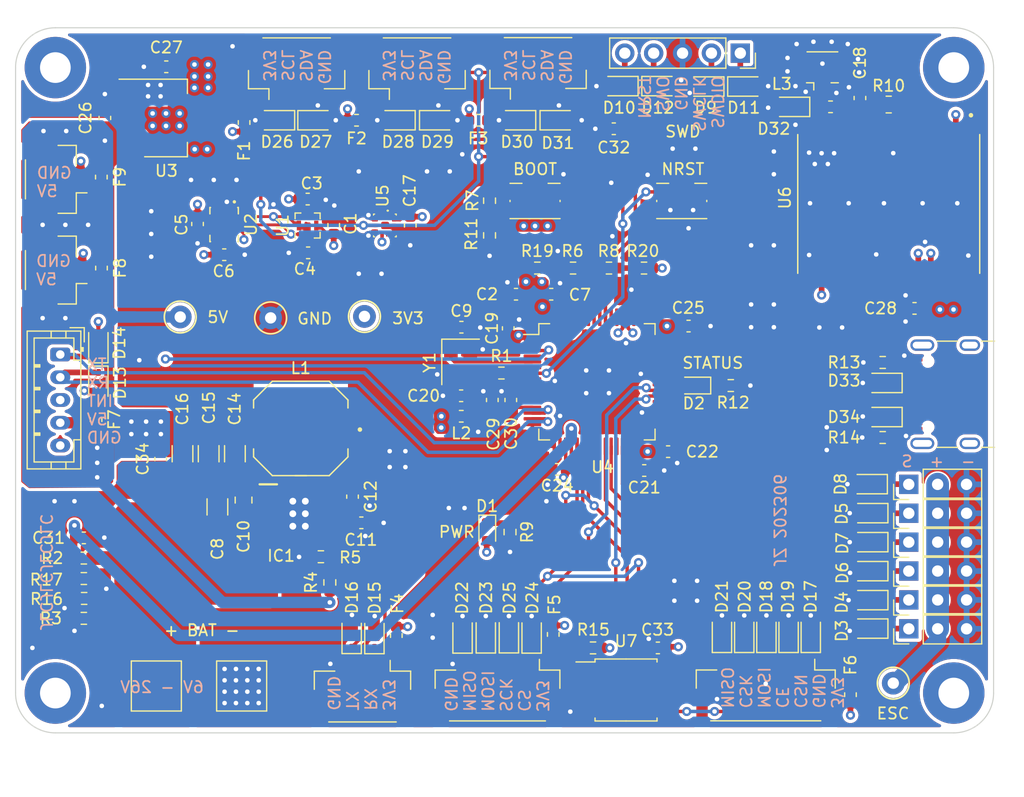
<source format=kicad_pcb>
(kicad_pcb (version 20221018) (generator pcbnew)
  (layers (0 "F.Cu" signal) (1 "In1.Cu" signal) (2 "In2.Cu" signal) (31 "B.Cu" power) (34 "B.Paste" user) (35 "F.Paste" user) (36 "B.SilkS" user "B.Silkscreen") (37 "F.SilkS" user "F.Silkscreen") (38 "B.Mask" user) (39 "F.Mask" user) (44 "Edge.Cuts" user))
  (net 0 "")
  (net 1 "V_BAT_SENSE")
  (net 2 "+BATT")
  (net 3 "+5V")
  (net 4 "+3V3")
  (net 5 "SDA")
  (net 6 "GND")
  (net 7 "SCL")
  (net 8 "CE")
  (net 9 "SCK")
  (net 10 "MISO")
  (net 11 "MOSI")
  (net 12 "CSN")
  (net 13 "Servo 1")
  (net 14 "Servo 2")
  (net 15 "Servo 3")
  (net 16 "Servo 4")
  (net 17 "ESC")
  (net 18 "Net-(C18-Pad1)")
  (net 23 "Net-(U6-VCC_RF)")
  (net 29 "Net-(AE1-A)")
  (net 30 "USART3_TX")
  (net 31 "USART3_RX")
  (net 32 "CS_EXTRA")
  (net 33 "Net-(U4-PH1)")
  (net 34 "Net-(C20-Pad1)")
  (net 35 "Net-(IC1-FB)")
  (net 37 "Net-(IC1-VCC)")
  (net 38 "Net-(IC1-BOOT)")
  (net 39 "Net-(IC1-SW)")
  (net 40 "+5VA")
  (net 46 "Net-(D1-K)")
  (net 48 "Servo 5")
  (net 49 "Net-(D2-K)")
  (net 51 "Net-(U4-VCAP_1)")
  (net 55 "UART4_TX")
  (net 56 "LED_STATUS")
  (net 58 "USART2_RX")
  (net 60 "USART2_TX")
  (net 61 "UART4_RX")
  (net 62 "Net-(U4-VDDA)")
  (net 67 "USB_D-")
  (net 68 "USB_D+")
  (net 69 "Net-(U4-PH0)")
  (net 71 "SWO")
  (net 72 "Net-(U1-C1)")
  (net 73 "SWDIO")
  (net 74 "SWCLK")
  (net 77 "NRST")
  (net 80 "FLASH_CS")
  (net 83 "Net-(J18-CC1)")
  (net 84 "Net-(J18-CC2)")
  (net 90 "BOOT0")
  (net 95 "Net-(R11-Pad1)")
  (net 96 "Net-(R16-Pad1)")
  (net 97 "Net-(R20-Pad2)")
  (net 98 "Net-(R19-Pad2)")
  (net 100 "Net-(J4-Pin_1)")
  (net 101 "Net-(J8-Pin_1)")
  (net 102 "Net-(J6-Pin_1)")
  (net 103 "Net-(J9-Pin_1)")
  (net 104 "Net-(J3-Pin_1)")
  (net 105 "Net-(J7-Pin_1)")
  (net 106 "Net-(J13-Pin_1)")
  (net 107 "Net-(J2-Pin_1)")
  (net 110 "INT_PI")
  (net 112 "Net-(J5-Pin_4)")
  (footprint "Diode_SMD:D_SOD-323" (layer "F.Cu") (at 56.6 88.725 -90)
    (fp_text reference "D13")
    (fp_text value "D")
  )
  (footprint "Connector_JST:JST_GH_BM04B-GHS-TBT_1x04-1MP_P1.25mm_Vertical" (layer "F.Cu") (at 74.035 60.87)
    (fp_text reference "J4")
    (fp_text value "Conn_01x04")
  )
  (footprint "Diode_SMD:D_SOD-323" (layer "F.Cu") (at 102.45 62.5 180)
    (fp_text reference "D10")
    (fp_text value "D")
  )
  (footprint "MountingHole:MountingHole_2.7mm_M2.5_Pad" (layer "F.Cu") (at 52.82 115.87 -90)
    (fp_text reference "H2")
    (fp_text value "MountingHole")
  )
  (footprint "Diode_SMD:D_SOD-323" (layer "F.Cu") (at 78.875 110.7875 90)
    (fp_text reference "D16")
    (fp_text value "D")
  )
  (footprint "Fuse:Fuse_0603_1608Metric" (layer "F.Cu") (at 56.4 91.825 -90)
    (fp_text reference "F7")
    (fp_text value "ERB-RE2R50V 2.5A")
  )
  (footprint "Capacitor_SMD:C_0603_1608Metric" (layer "F.Cu") (at 77.2975 74.725 90)
    (fp_text reference "C1")
    (fp_text value "1uF")
  )
  (footprint "TestPoint:TestPoint_Pad_4.0x4.0mm" (layer "F.Cu") (at 69.2 115.25)
    (fp_text reference "J19")
    (fp_text value "Conn_01x01")
  )
  (footprint "MountingHole:MountingHole_2.7mm_M2.5_Pad" (layer "F.Cu") (at 131.82 115.87 -90)
    (fp_text reference "H4")
    (fp_text value "MountingHole")
  )
  (footprint "Resistor_SMD:R_0603_1608Metric" (layer "F.Cu") (at 95.2 78.5)
    (fp_text reference "R19")
    (fp_text value "1k")
  )
  (footprint "Diode_SMD:D_SOD-323" (layer "F.Cu") (at 124.42 100.05 180)
    (fp_text reference "D5")
    (fp_text value "D")
  )
  (footprint "Resistor_SMD:R_0603_1608Metric" (layer "F.Cu") (at 55.35 107.55 180)
    (fp_text reference "R16")
    (fp_text value "24.3k")
  )
  (footprint "Connector_PinHeader_2.54mm:PinHeader_1x03_P2.54mm_Vertical" (layer "F.Cu") (at 127.865 105.14 90)
    (fp_text reference "J14")
    (fp_text value "Header1x3Pin")
  )
  (footprint "Fuse:Fuse_0603_1608Metric" (layer "F.Cu") (at 79.3025 65.5 180)
    (fp_text reference "F2")
    (fp_text value "0467.250NRHF 250mAh")
  )
  (footprint "Resistor_SMD:R_0603_1608Metric" (layer "F.Cu") (at 76.955121 106.142 90)
    (fp_text reference "R4")
    (fp_text value "100k")
  )
  (footprint "Diode_SMD:D_SOD-323" (layer "F.Cu") (at 125.67 91.6 180)
    (fp_text reference "D34")
    (fp_text value "D")
  )
  (footprint "Resistor_SMD:R_0603_1608Metric" (layer "F.Cu") (at 76.168121 103.882 180)
    (fp_text reference "R5")
    (fp_text value "24.3k")
  )
  (footprint "Diode_SMD:D_SOD-323" (layer "F.Cu") (at 90.67 110.74 90)
    (fp_text reference "D23")
    (fp_text value "D")
  )
  (footprint "LED_SMD:LED_0603_1608Metric" (layer "F.Cu") (at 108.961239 88.83 180)
    (fp_text reference "D2")
    (fp_text value "GREEN")
  )
  (footprint "Diode_SMD:D_SOD-323" (layer "F.Cu") (at 93.45 65.5 180)
    (fp_text reference "D30")
    (fp_text value "D")
  )
  (footprint "Connector_PinHeader_2.54mm:PinHeader_1x03_P2.54mm_Vertical" (layer "F.Cu") (at 127.865 110.22 90)
    (fp_text reference "J11")
    (fp_text value "Header1x3Pin")
  )
  (footprint "Connector_JST:JST_GH_BM02B-GHS-TBT_1x02-1MP_P1.25mm_Vertical" (layer "F.Cu") (at 52.8 70.7 90)
    (fp_text reference "J2")
    (fp_text value "Conn_01x02")
  )
  (footprint "Package_TO_SOT_SMD:SOT-223-3_TabPin2" (layer "F.Cu") (at 62.521899 65.3)
    (fp_text reference "U3")
    (fp_text value "AP7361C-33ER-13")
  )
  (footprint "Resistor_SMD:R_0603_1608Metric" (layer "F.Cu") (at 101.5 78.5 180)
    (fp_text reference "R8")
    (fp_text value "1k")
  )
  (footprint "" (layer "F.Cu") (at 74.256121 100.095)
    (fp_text reference "" hide)
    (fp_text value "" hide)
  )
  (footprint "Button_Switch_SMD:SW_Push_1P1T-SH_NO_CK_KMR2xxG" (layer "F.Cu") (at 107.9 72.6)
    (fp_text reference "SW1")
    (fp_text value "KMR221GLFS")
  )
  (footprint "Connector_PinHeader_2.54mm:PinHeader_1x03_P2.54mm_Vertical" (layer "F.Cu") (at 127.865 102.6 90)
    (fp_text reference "J15")
    (fp_text value "Header1x3Pin")
  )
  (footprint "MountingHole:MountingHole_2.7mm_M2.5_Pad" (layer "F.Cu") (at 131.82 60.87 180)
    (fp_text reference "H1")
    (fp_text value "MountingHole")
  )
  (footprint "TestPoint:TestPoint_Pad_4.0x4.0mm" (layer "F.Cu") (at 61.7 115.25 180)
    (fp_text reference "J17")
    (fp_text value "Conn_01x01")
  )
  (footprint "Capacitor_SMD:C_0603_1608Metric" (layer "F.Cu") (at 96.422489 80.8)
    (fp_text reference "C7")
    (fp_text value "0.1uF")
  )
  (footprint "Package_QFP:LQFP-64_10x10mm_P0.5mm" (layer "F.Cu") (at 100.442489 88.5)
    (fp_text reference "U4")
    (fp_text value "STM32F446RETx")
  )
  (footprint "Capacitor_SMD:C_1206_3216Metric" (layer "F.Cu") (at 66.3 94.825 -90)
    (fp_text reference "C15")
    (fp_text value "22uF")
  )
  (footprint "Diode_SMD:D_SOD-323" (layer "F.Cu") (at 86.45 65.5)
    (fp_text reference "D29")
    (fp_text value "D")
  )
  (footprint "Capacitor_SMD:C_0603_1608Metric" (layer "F.Cu") (at 104.6 96.3)
    (fp_text reference "C21")
    (fp_text value "4.7uF")
  )
  (footprint "Capacitor_SMD:C_0603_1608Metric" (layer "F.Cu") (at 75.00875 72.433146)
    (fp_text reference "C3")
    (fp_text value "0.1uF")
  )
  (footprint "Capacitor_SMD:C_0603_1608Metric" (layer "F.Cu") (at 88.5 89.73 180)
    (fp_text reference "C20")
    (fp_text value "12pF")
  )
  (footprint "Connector_USB:USB_C_Receptacle_GCT_USB4105-xx-A_16P_TopMnt_Horizontal" (layer "F.Cu") (at 132.16 89.595 90)
    (fp_text reference "J18")
    (fp_text value "USB_C_Receptacle")
  )
  (footprint "Capacitor_SMD:C_0603_1608Metric" (layer "F.Cu") (at 123.567498 63.54625 90)
    (fp_text reference "C18")
    (fp_text value "X7R 0.1uF 10% 16V")
  )
  (footprint "Connector_JST:JST_GH_BM06B-GHS-TBT_1x06-1MP_P1.25mm_Vertical" (layer "F.Cu") (at 91.7 115.71 180)
    (fp_text reference "J7")
    (fp_text value "Conn_01x06")
  )
  (footprint "Fuse:Fuse_0603_1608Metric" (layer "F.Cu") (at 56.8625 70.5 -90)
    (fp_text reference "F9")
    (fp_text value "0467.250NRHF 250mAh")
  )
  (footprint "Capacitor_SMD:C_0603_1608Metric" (layer "F.Cu") (at 105.8 111.9 180)
    (fp_text reference "C33")
    (fp_text value "0.1uF")
  )
  (footprint "Resistor_SMD:R_0603_1608Metric" (layer "F.Cu") (at 55.325 105.8)
    (fp_text reference "R17")
    (fp_text value "1k")
  )
  (footprint "Inductor_SMD:L_0603_1608Metric" (layer "F.Cu") (at 120.9825 64.32125)
    (fp_text reference "L3")
    (fp_text value "27nH >300mA >500ohm")
  )
  (footprint "Fuse:Fuse_0603_1608Metric" (layer "F.Cu") (at 56.875 78.5 -90)
    (fp_text reference "F8")
    (fp_text value "0467.250NRHF 250mAh")
  )
  (footprint "Resistor_SMD:R_0603_1608Metric" (layer "F.Cu") (at 112.211239 88.83 180)
    (fp_text reference "R12")
    (fp_text value "1k")
  )
  (footprint "Capacitor_SMD:C_0603_1608Metric" (layer "F.Cu") (at 67.6695 77.325)
    (fp_text reference "C6")
    (fp_text value "0.1uF")
  )
  (footprint "Capacitor_SMD:C_0603_1608Metric" (layer "F.Cu") (at 91.242489 90.1 90)
    (fp_text reference "C29")
    (fp_text value "1uF")
  )
  (footprint "Diode_SMD:D_SOD-323" (layer "F.Cu") (at 75.75 65.5)
    (fp_text reference "D27")
    (fp_text value "D")
  )
  (footprint "Diode_SMD:D_SOD-323" (layer "F.Cu") (at 117.295 110.695 90)
    (fp_text reference "D19")
    (fp_text value "D")
  )
  (footprint "Connector_JST:JST_PH_B5B-PH-K_1x05_P2.00mm_Vertical" (layer "F.Cu") (at 53.25 86.1 -90)
    (fp_text reference "J5")
    (fp_text value "Conn_01x04")
  )
  (footprint "Inductor_SMD:L_0603_1608Metric" (layer "F.Cu") (at 88.5125 91.53)
    (fp_text reference "L2")
    (fp_text value "39nH")
  )
  (footprint "Capacitor_SMD:C_0603_1608Metric" (layer "F.Cu") (at 96.942489 96.2 180)
    (fp_text reference "C24")
    (fp_text value "0.1uF")
  )
  (footprint "Diode_SMD:D_SOD-323" (layer "F.Cu") (at 115.345 110.695 90)
    (fp_text reference "D18")
    (fp_text value "D")
  )
  (footprint "Capacitor_SMD:C_0603_1608Metric" (layer "F.Cu") (at 79.725 100.9)
    (fp_text reference "C11")
    (fp_text value "1uF")
  )
  (footprint "Fuse:Fuse_0603_1608Metric" (layer "F.Cu") (at 82.8 110.8125 90)
    (fp_text reference "F4")
    (fp_text value "0467.250NRHF 250mAh")
  )
  (footprint "Diode_SMD:D_SOD-323" (layer "F.Cu") (at 110 62.535 180)
    (fp_text reference "D9")
    (fp_text value "D")
  )
  (footprint "Diode_SMD:D_SOD-323" (layer "F.Cu") (at 106 62.5)
    (fp_text reference "D12")
    (fp_text value "D")
  )
  (footprint "Diode_SMD:D_SOD-323" (layer "F.Cu") (at 124.42 105.15 180)
    (fp_text reference "D6")
    (fp_text value "D")
  )
  (footprint "Capacitor_SMD:C_0603_1608Metric" (layer "F.Cu") (at 55.325 102.225)
    (fp_text reference "C31")
    (fp_text value "0.1uF")
  )
  (footprint "MountingHole:MountingHole_2.7mm_M2.5_Pad" (layer "F.Cu") (at 52.82 60.87 -90)
    (fp_text reference "H3")
    (fp_text value "MountingHole")
  )
  (footprint "FlightComputerLibrary:LPS22HHTR" (layer "F.Cu") (at 81.7975 74.75 -90)
    (fp_text reference "U5")
    (fp_text value "LPS22HH" hide)
  )
  (footprint "Resistor_SMD:R_0603_1608Metric" (layer "F.Cu") (at 91 75.625 -90)
    (fp_text reference "R11")
    (fp_text value "5.1k")
  )
  (footprint "Resistor_SMD:R_0603_1608Metric" (layer "F.Cu") (at 92.8 101.7125 -90)
    (fp_text reference "R9")
    (fp_text value "1k")
  )
  (footprint "Connector_PinHeader_2.54mm:PinHeader_1x03_P2.54mm_Vertical" (layer "F.Cu") (at 127.86 97.52 90)
    (fp_text reference "J10")
    (fp_text value "Header1x3Pin")
  )
  (footprint "Diode_SMD:D_SOD-323" (layer "F.Cu") (at 124.37 97.5 180)
    (fp_text reference "D8")
    (fp_text value "D")
  )
  (footprint "FlightComputerLibrary:XDCR_BMI270" (layer "F.Cu") (at 67.6595 74.675 -90)
    (fp_text reference "U2")
    (fp_text value "BMI270")
  )
  (footprint "Diode_SMD:D_SOD-323" (layer "F.Cu") (at 125.67 88.6 180)
    (fp_text reference "D33")
    (fp_text value "D")
  )
  (footprint "Capacitor_SMD:C_0603_1608Metric" (layer "F.Cu") (at 88.525 83.7)
    (fp_text reference "C9")
    (fp_text value "12pF")
  )
  (footprint "Diode_SMD:D_SOD-323" (layer "F.Cu") (at 119.245 110.695 90)
    (fp_text reference "D17")
    (fp_text value "D")
  )
  (footprint "Diode_SMD:D_SOD-323" (layer "F.Cu") (at 124.42 107.7 180)
    (fp_text reference "D4")
    (fp_text value "D")
  )
  (footprint "Diode_SMD:D_SOD-323" (layer "F.Cu") (at 88.625 110.75 90)
    (fp_text reference "D22")
    (fp_text value "D")
  )
  (footprint "Fuse:Fuse_0603_1608Metric" (layer "F.Cu") (at 90.0025 65.5 180)
    (fp_text reference "F3")
    (fp_text value "0467.250NRHF 250mAh")
  )
  (footprint "Capacitor_SMD:C_0603_1608Metric" (layer "F.Cu") (at 92.867489 90.1 90)
    (fp_text reference "C30")
    (fp_text value "10nF")
  )
  (footprint "Capacitor_SMD:C_0603_1608Metric" (layer "F.Cu") (at 92.642489 83.8 90)
    (fp_text reference "C19")
    (fp_text value "0.1uF")
  )
  (footprint "TestPoint:TestPoint_Keystone_5000-5004_Miniature" (layer "F.Cu") (at 80 82.75 180)
    (fp_text reference "TP4")
    (fp_text value "TestPoint")
  )
  (footprint "Capacitor_SMD:C_0603_1608Metric" (layer "F.Cu") (at 101.925 66.25 180)
    (fp_text reference "C32")
    (fp_text value "0.1uF")
  )
  (footprint "Diode_SMD:D_SOD-323" (layer "F.Cu") (at 72.25 65.5 180)
    (fp_text reference "D26")
    (fp_text value "D")
  )
  (footprint "Connector_JST:JST_GH_BM04B-GHS-TBT_1x04-1MP_P1.25mm_Vertical" (layer "F.Cu") (at 84.625 60.87)
    (fp_text reference "J6")
    (fp_text value "Conn_01x04")
  )
  (footprint "Diode_SMD:D_SOD-323" (layer "F.Cu") (at 80.875 110.8 90)
    (fp_text reference "D15")
    (fp_text value "D")
  )
  (footprint "Connector_PinHeader_2.54mm:PinHeader_1x03_P2.54mm_Vertical" (layer "F.Cu") (at 127.865 100.06 90)
    (fp_text reference "J16")
    (fp_text value "Header1x3Pin")
  )
  (footprint "LED_SMD:LED_0603_1608Metric" (layer "F.Cu") (at 90.8 101.7125 -90)
    (fp_text reference "D1")
    (fp_text value "RED")
  )
  (footprint "Capacitor_SMD:C_0603_1608Metric" (layer "F.Cu") (at 62.571899 60.8 180)
    (fp_text reference "C27")
    (fp_text value "4.7uF")
  )
  (footprint "Diode_SMD:D_SOD-323" (layer "F.Cu") (at 113.395 110.695 90)
    (fp_text reference "D20")
    (fp_text value "D")
  )
  (footprint "Capacitor_SMD:C_0805_2012Metric" (layer "F.Cu") (at 69.368121 98.9 90)
    (fp_text reference "C10")
    (fp_text value "220nF")
  )
  (footprint "Connector_Coaxial:U.FL_Hirose_U.FL-R-SMT-1_Vertical" (layer "F.Cu") (at 120.27 61.32125 90)
    (fp_text reference "AE1")
    (fp_text value "Antenna")
  )
  (footprint "Capacitor_SMD:C_1206_3216Metric" (layer "F.Cu") (at 64 94.825 -90)
    (fp_text reference "C16")
    (fp_text value "22uF")
  )
  (footprint "Package_LGA:LGA-12_2x2mm_P0.5mm" (layer "F.Cu") (at 75 74.7575 90)
    (fp_text reference "U1")
    (fp_text value "LIS3MDL")
  )
  (footprint "Resistor_SMD:R_0603_1608Metric" (layer "F.Cu") (at 55.325 104 180)
    (fp_text reference "R2")
    (fp_text value "100k")
  )
  (footprint "TestPoint:TestPoint_Keystone_5000-5004_Miniature" (layer "F.Cu") (at 126.5 115 180)
    (fp_text reference "TP2")
    (fp_text value "TestPoint")
  )
  (footprint "Diode_SMD:D_SOD-323" (layer "F.Cu") (at 113.55 62.535)
    (fp_text reference "D11")
    (fp_text value "D")
  )
  (footprint "Capacitor_SMD:C_0603_1608Metric" (layer "F.Cu") (at 106.7 94.6425)
    (fp_text reference "C22")
    (fp_text value "0.1uF")
  )
  (footprint "Diode_SMD:D_SOD-323" (layer "F.Cu") (at 124.42 110.2 180)
    (fp_text reference "D3")
    (fp_text value "D")
  )
  (footprint "Fuse:Fuse_0603_1608Metric" (layer "F.Cu") (at 69.415 65.7 -90)
    (fp_text reference "F1")
    (fp_text value "0467.250NRHF 250mAh")
  )
  (footprint "Package_SO:SOIC-8_5.23x5.23mm_P1.27mm" (layer "F.Cu") (at 103 115.6)
    (fp_text reference "U7")
    (fp_text value "W25Q128JVS")
  )
  (footprint "Capacitor_SMD:C_0603_1608Metric" (layer "F.Cu") (at 78.95 98.6 90)
    (fp_text reference "C12")
    (fp_text value "0.1uF")
  )
  (footprint "Capacitor_SMD:C_0603_1608Metric" (layer "F.Cu") (at 65.322 74.625 -90)
    (fp_text reference "C5")
    (fp_text value "0.1uF")
  )
  (footprint "Resistor_SMD:R_0603_1608Metric" (layer "F.Cu") (at 98.342489 78.5)
    (fp_text reference "R6")
    (fp_text value "1k")
  )
  (footprint "Capacitor_SMD:C_0603_1608Metric" (layer "F.Cu") (at 128.37 82.044648 180)
    (fp_text reference "C28")
    (fp_text value "1uF")
  )
  (footprint "Capacitor_SMD:C_0603_1608Metric" (layer "F.Cu") (at 75.045 77.1575 180)
    (fp_text reference "C4")
    (fp_text value "0.1uF")
  )
  (footprint "Diode_SMD:D_SOD-323" (layer "F.Cu") (at 124.42 102.6 180)
    (fp_text reference "D7")
    (fp_text value "D")
  )
  (footprint "Connector_PinHeader_2.54mm:PinHeader_1x03_P2.54mm_Vertical" (layer "F.Cu") (at 127.865 107.68 90)
    (fp_text reference "J12")
    (fp_text value "Header1x3Pin")
  )
  (footprint "Capacitor_SMD:C_0603_1608Metric" (layer "F.Cu") (at 57.171899 65.3 90)
    (fp_text reference "C26")
    (fp_text value "4.7uF")
  )
  (footprint "Diode_SMD:D_SOD-323" (layer "F.Cu") (at 97.05 65.5)
    (fp_text reference "D31")
    (fp_text value "D")
  )
  (footprint "Capacitor_SMD:C_0603_1608Metric" (layer "F.Cu") (at 108.5 83.6)
    (fp_text reference "C25")
    (fp_text value "0.1uF")
  )
  (footprint "Diode_SMD:D_SOD-323" (layer "F.Cu") (at 92.7 110.73 90)
    (fp_text reference "D25")
    (fp_text value "D")
  )
  (footprint "Capacitor_SMD:C_1206_3216Metric" (layer "F.Cu") (at 68.608121 94.825014 -90)
    (fp_text reference "C14")
    (fp_text value "22uF")
  )
  (footprint "Diode_SMD:D_SOD-323" (layer "F.Cu") (at 111.435 110.695 90)
    (fp_text reference "D21")
    (fp_text value "D")
  )
  (footprint "Fuse:Fuse_0603_1608Metric" (layer "F.Cu") (at 96.6 110.7125 90)
    (fp_text reference "F5")
    (fp_text value "0467.250NRHF 250mAh")
  )
  (footprint "TestPoint:TestPoint_Keystone_5000-5004_Miniature" (layer "F.Cu") (at 71.75 82.88)
    (fp_text reference "TP1")
    (fp_text value "TestPoint")
  )
  (footprint "Resistor_SMD:R_0603_1608Metric" (layer "F.Cu") (at 125.57 93.4 180)
    (fp_text reference "R14")
    (fp_text value "5.1k")
  )
  (footprint "Capacitor_SMD:C_0603_1608Metric" (layer "F.Cu") (at 62.081879 95.29 -90)
    (fp_text reference "C34")
    (fp_text value "0.1uF")
  )
  (footprint "Capacitor_SMD:C_1206_3216Metric" (layer "F.Cu") (at 67.068121 99.499972 90)
    (fp_text reference "C8")
    (fp_text value "10uF")
  )
  (footprint "Resistor_SMD:R_0603_1608Metric" (layer "F.Cu") (at 104.582511 78.5 180)
    (fp_text reference "R20")
    (fp_text value "1k")
  )
  (footprint "FlightComputerLibrary:IND_1217AS-H-3R3N=P3" (layer "F.Cu") (at 74.4 92.6 180)
    (fp_text reference "L1")
    (fp_text value "1217AS-H-3R3N 3.3uH 6.8A 14.4mOhm")
  )
  (footprint "Resistor_SMD:R_0603_1608Metric" (layer "F.Cu") (at 55.325 109.3 180)
    (fp_text reference "R3")
    (fp_text value "24.3k")
  )
  (footprint "Resistor_SMD:R_0805_2012Metric" (layer "F.Cu") (at 126.097498 64.12)
    (fp_text reference "R10")
    (fp_text value "10ohm 10% 0.25W")
  )
  (footprint "Connector_PinSocket_2.54mm:PinSocket_1x05_P2.54mm_Vertical" (layer "F.Cu") (at 113.05 59.6 -90)
    (fp_text reference "J1")
    (fp_text value "Conn_01x05")
  )
  (footprint "Connector_JST:JST_GH_BM07B-GHS-TBT_1x07-1MP_P1.25mm_Vertical" (layer "F.Cu") (at 115.285 115.7 180)
    (fp_text reference "J3")
    (fp_text value "Conn_01x07")
  )
  (footprint "Resistor_SMD:R_0603_1608Metric" (layer "F.Cu") (at 92.042489 87.73 180)
    (fp_text reference "R1")
    (fp_text value "47ohm")
  )
  (footprint "Resistor_SMD:R_0603_1608Metric" (layer "F.Cu") (at 125.57 86.8 180)
    (fp_text reference "R13")
    (fp_text value "5.1k")
  )
  (footprint "TestPoint:TestPoint_Keystone_5000-5004_Miniature" (layer "F.Cu") (at 63.8 82.8)
    (fp_text reference "TP3")
    (fp_text value "TestPoint")
  )
  (footprint "Button_Switch_SMD:SW_Push_1P1T-SH_NO_CK_KMR2xxG" (layer "F.Cu") (at 95 72.6)
    (fp_text reference "SW2")
    (fp_text value "KMR221GLFS")
  )
  (footprint "Diode_SMD:D_SOD-323" (layer "F.Cu") (at 94.7 110.75 90)
    (fp_text reference "D24")
    (fp_text value "D")
  )
  (footprint "Capacitor_SMD:C_0603_1608Metric" (layer "F.Cu") (at 93.325 80.8 180)
    (fp_text reference "C2")
    (fp_text value "4.7uF")
  )
  (footprint "FlightComputerLibrary:SOIC127P600X170-9N" (layer "F.Cu") (at 74.256121 100.095)
    (fp_text reference "IC1")
    (fp_text value "LMR33640DDDAR" hide)
  )
  (footprint "Resistor_SMD:R_0603_1608Metric" (layer "F.Cu") (at 91 72.575 -90)
    (fp_text reference "R7")
    (fp_text value "5.1k")
  )
  (footprint "Crystal:Crystal_SMD_3225-4Pin_3.2x2.5mm" (layer "F.Cu") (at 88.45 86.75 -90)
    (fp_text reference "Y1")
    (fp_text value "16MHz")
  )
  (footprint "Diode_SMD:D_SOD-323" (layer "F.Cu") (at 82.85 65.5 180)
    (fp_text reference "D28")
    (fp_text value "D")
  )
  (footprint "FlightComputerLibrary:XCVR_NEO-M9N" (layer "F.Cu") (at 126.1 72.86 -90)
    (fp_text reference "U6")
    (fp_text value "NEO-M9N")
  )
  (footprint "Diode_SMD:D_SOD-323" (layer "F.Cu") (at 56.6 85.225 90)
    (fp_text reference "D14")
    (fp_text value "D")
  )
  (footprint "Fuse:Fuse_0603_1608Metric" (layer "F.Cu") (at 122.735 116.0125 -90)
    (fp_text reference "F6")
    (fp_text value "0467.250NRHF 250mAh")
  )
  (footprint "Capacitor_SMD:C_0603_1608Metric" (layer "F.Cu") (at 84.0275 74.75 -90)
    (fp_text reference "C17")
    (fp_text value "0.1uF")
  )
  (footprint "Resistor_SMD:R_0603_1608Metric" (layer "F.Cu") (at 100.1 111.9 180)
    (fp_text reference "R15")
    (fp_text value "1k")
  )
  (footprint "Connector_JST:JST_GH_BM04B-GHS-TBT_1x04-1MP_P1.25mm_Vertical" (layer "F.Cu") (at 79.825 115.8 180)
    (fp_text reference "J9")
    (fp_text value "Conn_01x04")
  )
  (footprint "Connector_JST:JST_GH_BM02B-GHS-TBT_1x02-1MP_P1.25mm_Vertical" (layer "F.Cu") (at 52.8 78.675 90)
    (fp_text reference "J13")
    (fp_text value "Conn_01x02")
  )
  (footprint "Connector_JST:JST_GH_BM04B-GHS-TBT_1x04-1MP_P1.25mm_Vertical" (layer "F.Cu") (at 95.265 60.845)
    (fp_text reference "J8")
    (fp_text value "Conn_01x04")
  )
  (footprint "Diode_SMD:D_SOD-323" (layer "F.Cu") (at 117.547498 64.325 180)
    (fp_text reference "D32")
    (fp_text value "D")
  )
  (gr_arc locked (start 49.32 60.87) (mid 50.345126 58.395127) (end 52.82 57.37) (stroke (width 0.1)) (layer "Edge.Cuts"))
  (gr_arc locked (start 131.82 57.37) (mid 134.294873 58.395126) (end 135.32 60.87) (stroke (width 0.1)) (layer "Edge.Cuts"))
  (gr_line locked (start 52.82 57.37) (end 131.82 57.37) (stroke (width 0.1)) (layer "Edge.Cuts"))
  (gr_line locked (start 49.32 115.87) (end 49.32 60.87) (stroke (width 0.1)) (layer "Edge.Cuts"))
  (gr_arc locked (start 135.32 115.87) (mid 134.294874 118.344873) (end 131.82 119.37) (stroke (width 0.1)) (layer "Edge.Cuts"))
  (gr_line locked (start 135.32 60.87) (end 135.32 115.87) (stroke (width 0.1)) (layer "Edge.Cuts"))
  (gr_line locked (start 52.82 119.37) (end 131.82 119.37) (stroke (width 0.1)) (layer "Edge.Cuts"))
  (gr_arc locked (start 52.82 119.37) (mid 50.345127 118.344874) (end 49.32 115.87) (stroke (width 0.1)) (layer "Edge.Cuts"))
  (gr_text "GND\nSDA\nSCL\n3V3" (at 71.035 59.2 270) (layer "B.SilkS") (effects (font (size 1 1)) (justify right bottom mirror)))
  (gr_text "-  +  S" (at 130.47 95.5) (layer "B.SilkS") (effects (font (size 1 1)) (justify mirror)))
  (gr_text "SWDIO\nSWCLK\nGND\nSWO\nNRST" (at 104 61.5 270) (layer "B.SilkS") (effects (font (size 1 1)) (justify right bottom mirror)))
  (gr_text "3V3\nCS\nSCK\nMOSI\nMISO\nGND" (at 87 117.6 270) (layer "B.SilkS") (effects (font (size 1 1)) (justify left bottom mirror)))
  (gr_text "3V3\nRX\nTX\nGND" (at 76.7 117.5 270) (layer "B.SilkS") (effects (font (size 1 1)) (justify left bottom mirror)))
  (gr_text "JLCJLCJLCJLC" (at 52 105.25 -90) (layer "B.SilkS") (effects (font (size 1 1)) (justify mirror)))
  (gr_text "GND\nSDA\nSCL\n3V3" (at 81.545 59.2 270) (layer "B.SilkS") (effects (font (size 1 1)) (justify right bottom mirror)))
  (gr_text "3V3\nGND\nCSN\nCE\nMOSI\nCSK\nMISO" (at 111.3 117.3 270) (layer "B.SilkS") (effects (font (size 1 1)) (justify left bottom mirror)))
  (gr_text "GND\n5V" (at 51.1 72.325) (layer "B.SilkS") (effects (font (size 1 1)) (justify right bottom mirror)))
  (gr_text "6V - 26V" (at 62.2 115.35) (layer "B.SilkS") (effects (font (size 1 1)) (justify mirror)))
  (gr_text "GND\nSDA\nSCL\n3V3" (at 92.21 59.2 270) (layer "B.SilkS") (effects (font (size 1 1)) (justify right bottom mirror)))
  (gr_text "GND\n5V" (at 51.0375 80.075) (layer "B.SilkS") (effects (font (size 1 1)) (justify right bottom mirror)))
  (gr_text "JZ 202306" (at 116.5 96.5 270) (layer "B.SilkS") (effects (font (size 1 1)) (justify right mirror)))
  (gr_text "TX\nRX\nINT\n5V\nGND" (at 55.5 94) (layer "B.SilkS") (effects (font (size 1 1)) (justify right bottom mirror)))
  (gr_text "NRST" (at 108 69.8) (layer "F.SilkS") (effects (font (size 1 1))))
  (gr_text "3V3" (at 82.35 83.5) (layer "F.SilkS") (effects (font (size 1 1)) (justify left bottom)))
  (gr_text "STATUS" (at 107.867489 87.43) (layer "F.SilkS") (effects (font (size 1 1)) (justify left bottom)))
  (gr_text "ESC" (at 124.95 118.25) (layer "F.SilkS") (effects (font (size 1 1)) (justify left bottom)))
  (gr_text "BOOT" (at 95 69.8) (layer "F.SilkS") (effects (font (size 1 1))))
  (gr_text "SWD" (at 108 66.5) (layer "F.SilkS") (effects (font (size 1 1))))
  (gr_text "PWR" (at 86.45 102.2875) (layer "F.SilkS") (effects (font (size 1 1)) (justify left bottom)))
  (gr_text "+ BAT -" (at 65.7 110.35) (layer "F.SilkS") (effects (font (size 1 1))))
  (gr_text "GND" (at 74 83.53) (layer "F.SilkS") (effects (font (size 1 1)) (justify left bottom)))
  (gr_text "5V" (at 66.1 83.4) (layer "F.SilkS") (effects (font (size 1 1)) (justify left bottom)))
  (segment (start 54.5 101.125) (end 54.5 105.8) (width 0.5) (layer "F.Cu") (net 1))
  (segment (start 98.192489 92.607511) (end 98.192489 94.175) (width 0.3) (layer "F.Cu") (net 1))
  (via (at 54.5 101.125) (size 0.8) (drill 0.4) (layers "F.Cu" "B.Cu") (net 1))
  (via (at 98.192489 92.607511) (size 0.8) (drill 0.4) (layers "F.Cu" "B.Cu") (net 1))
  (segment (start 54.5 101.6) (end 54.5 101.125) (width 1) (layer "B.Cu") (net 1))
  (segment (start 98.192489 93.607511) (end 81 110.8) (width 1) (layer "B.Cu") (net 1))
  (segment (start 63.7 110.8) (end 54.5 101.6) (width 1) (layer "B.Cu") (net 1))
  (segment (start 98.192489 92.607511) (end 98.192489 93.607511) (width 1) (layer "B.Cu") (net 1))
  (segment (start 81 110.8) (end 63.7 110.8) (width 1) (layer "B.Cu") (net 1))
  (segment (start 76.955121 107.9) (end 76.955121 106.967) (width 0.5) (layer "F.Cu") (net 3))
  (via (at 56.5 96.9) (size 0.8) (drill 0.4) (layers "F.Cu" "B.Cu") (net 3))
  (via (at 53.7 82.9) (size 0.8) (drill 0.4) (layers "F.Cu" "B.Cu") (net 3))
  (via (at 60.8 92) (size 0.8) (drill 0.4) (layers "F.Cu" "B.Cu") (net 3))
  (via (at 60.8 93.1) (size 0.8) (drill 0.4) (layers "F.Cu" "B.Cu") (net 3))
  (via (at 59.5 93.1) (size 0.8) (drill 0.4) (layers "F.Cu" "B.Cu") (net 3))
  (via (at 56.5 94.3) (size 0.8) (drill 0.4) (layers "F.Cu" "B.Cu") (net 3))
  (via (at 57.175 67.3) (size 0.8) (drill 0.4) (layers "F.Cu" "B.Cu") (net 3))
  (via (at 53.7 74.7) (size 0.8) (drill 0.4) (layers "F.Cu" "B.Cu") (net 3))
  (via (at 56.5 95.625) (size 0.8) (drill 0.4) (layers "F.Cu" "B.Cu") (net 3))
  (via (at 53.775 66.45) (size 0.8) (drill 0.4) (layers "F.Cu" "B.Cu") (net 3))
  (via (at 51.7 82.9) (size 0.8) (drill 0.4) (layers "F.Cu" "B.Cu") (net 3))
  (via (at 51.7 74.7) (size 0.8) (drill 0.4) (layers "F.Cu" "B.Cu") (net 3))
  (via (at 62.1 93.1) (size 0.8) (drill 0.4) (layers "F.Cu" "B.Cu") (net 3))
  (via (at 51.775 66.45) (size 0.8) (drill 0.4) (layers "F.Cu" "B.Cu") (net 3))
  (via (at 59.5 92) (size 0.8) (drill 0.4) (layers "F.Cu" "B.Cu") (net 3))
  (via (at 55.7 74.7) (size 0.8) (drill 0.4) (layers "F.Cu" "B.Cu") (net 3))
  (via (at 76.955121 107.9) (size 0.8) (drill 0.4) (layers "F.Cu" "B.Cu") (net 3))
  (via (at 62.1 92) (size 0.8) (drill 0.4) (layers "F.Cu" "B.Cu") (net 3))
  (segment (start 76.955121 107.9) (end 67.5 107.9) (width 1) (layer "B.Cu") (net 3))
  (segment (start 63.8 82.8) (end 57.9 82.8) (width 1) (layer "B.Cu") (net 3))
  (segment (start 67.5 107.9) (end 56.5 96.9) (width 1) (layer "B.Cu") (net 3))
  (segment (start 66.8945 77.325) (end 66.9095 77.31) (width 0.25) (layer "F.Cu") (net 4))
  (segment (start 74.41125 72.610646) (end 74.23375 72.433146) (width 0.25) (layer "F.Cu") (net 4))
  (segment (start 97.717489 96.712511) (end 97.717489 96.2) (width 0.5) (layer "F.Cu") (net 4))
  (segment (start 85.0775 73.98) (end 84.1775 73.98) (width 0.5) (layer "F.Cu") (net 4))
  (segment (start 73.346896 72.433146) (end 74.23375 72.433146) (width 0.5) (layer "F.Cu") (net 4))
  (segment (start 106.6 111.875) (end 106.6 113.695) (width 0.5) (layer "F.Cu") (net 4))
  (segment (start 81.5475 76.199894) (end 81.5475 75.55) (width 0.3) (layer "F.Cu") (net 4))
  (segment (start 81.54066 76.206734) (end 81.5475 76.199894) (width 0.3) (layer "F.Cu") (net 4))
  (segment (start 66.747 74.175) (end 66.222 74.175) (width 0.25) (layer "F.Cu") (net 4))
  (segment (start 66.222 74.175) (end 65.897 73.85) (width 0.25) (layer "F.Cu") (net 4))
  (segment (start 83.8 110.025) (end 82.8 110.025) (width 0.5) (layer "F.Cu") (net 4))
  (segment (start 83.1275 74.25) (end 83.3975 73.98) (width 0.3) (layer "F.Cu") (net 4))
  (segment (start 90.75 102.5) (end 90.75 103.48125) (width 0.5) (layer "F.Cu") (net 4))
  (segment (start 132 65.002502) (end 131.997498 65) (width 0.5) (layer "F.Cu") (net 4))
  (segment (start 75.7625 74.5075) (end 75.7625 75.0075) (width 0.25) (layer "F.Cu") (net 4))
  (segment (start 78.515 64.5) (end 78.515 65.5) (width 0.5) (layer "F.Cu") (net 4))
  (segment (start 101.5755 111.9) (end 100.925 111.9) (width 0.5) (layer "F.Cu") (net 4))
  (segment (start 69.4 75.5) (end 69.075 75.175) (width 0.25) (layer "F.Cu") (net 4))
  (segment (start 107.6 111.8) (end 106.675 111.8) (width 0.5) (layer "F.Cu") (net 4))
  (segment (start 74.25 73.995) (end 74.25 72.610646) (width 0.25) (layer "F.Cu") (net 4))
  (segment (start 132 66.94) (end 132 65.002502) (width 0.5) (layer "F.Cu") (net 4))
  (segment (start 68.4 66.5) (end 69.4025 66.5) (width 0.5) (layer "F.Cu") (net 4))
  (segment (start 82.2975 73.95) (end 82.5975 74.25) (width 0.3) (layer "F.Cu") (net 4))
  (segment (start 69.4025 66.5) (end 69.415 66.4875) (width 0.5) (layer "F.Cu") (net 4))
  (segment (start 66.8945 77.325) (end 65.877 77.325) (width 0.5) (layer "F.Cu") (net 4))
  (segment (start 106.182511 78.5) (end 105.407511 78.5) (width 0.5) (layer "F.Cu") (net 4))
  (segment (start 97.5 96.93) (end 97.717489 96.712511) (width 0.5) (layer "F.Cu") (net 4))
  (segment (start 122.735 116.8) (end 122.735 117.8125) (width 0.5) (layer "F.Cu") (net 4))
  (segment (start 77.2975 76.52) (end 77.2975 75.5) (width 0.5) (layer "F.Cu") (net 4))
  (segment (start 65.897 73.85) (end 65.322 73.85) (width 0.25) (layer "F.Cu") (net 4))
  (segment (start 83.3975 73.98) (end 84.1775 73.98) (width 0.3) (layer "F.Cu") (net 4))
  (segment (start 97.6 109.925) (end 96.6 109.925) (width 0.5) (layer "F.Cu") (net 4))
  (segment (start 66.9095 77.31) (end 66.9095 75.8375) (width 0.25) (layer "F.Cu") (net 4))
  (segment (start 120.2 78.94) (end 120.2 80.87) (width 0.5) (layer "F.Cu") (net 4))
  (segment (start 69.075 75.175) (end 68.572 75.175) (width 0.25) (layer "F.Cu") (net 4))
  (segment (start 82.0475 73.95) (end 82.2975 73.95) (width 0.3) (layer "F.Cu") (net 4))
  (segment (start 97.692489 94.175) (end 97.692489 95.77) (width 0.3) (layer "F.Cu") (net 4))
  (segment (start 89.215 64.5) (end 89.215 65.5) (width 0.5) (layer "F.Cu") (net 4))
  (segment (start 76.255 75.0075) (end 76.7475 75.5) (width 0.25) (layer "F.Cu") (net 4))
  (segment (start 76.7475 75.5) (end 77.2975 75.5) (width 0.25) (layer "F.Cu") (net 4))
  (segment (start 69.4 76) (end 69.4 75.5) (width 0.25) (layer "F.Cu") (net 4))
  (segment (start 82.5975 74.25) (end 83.1275 74.25) (width 0.3) (layer "F.Cu") (net 4))
  (segment (start 92.717489 84.65) (end 92.642489 84.575) (width 0.5) (layer "F.Cu") (net 4))
  (segment (start 65.322 73.85) (end 65.322 72.8875) (width 0.5) (layer "F.Cu") (net 4))
  (segment (start 75.7625 75.0075) (end 76.255 75.0075) (width 0.25) (layer "F.Cu") (net 4))
  (segment (start 73.33875 72.425) (end 73.346896 72.433146) (width 0.5) (layer "F.Cu") (net 4))
  (via (at 77.2975 76.52) (size 0.8) (drill 0.4) (layers "F.Cu" "B.Cu") (net 4))
  (via (at 131.997498 65) (size 0.8) (drill 0.4) (layers "F.Cu" "B.Cu") (net 4))
  (via (at 63.75 64.9) (size 0.8) (drill 0.4) (layers "F.Cu" "B.Cu") (net 4))
  (via (at 101.5755 111.9) (size 0.8) (drill 0.4) (layers "F.Cu" "B.Cu") (net 4))
  (via (at 61.371899 64.9) (size 0.8) (drill 0.4) (layers "F.Cu" "B.Cu") (net 4))
  (via (at 97.6 109.925) (size 0.8) (drill 0.4) (layers "F.Cu" "B.Cu") (net 4))
  (via (at 85.0775 73.98) (size 0.8) (drill 0.4) (layers "F.Cu" "B.Cu") (net 4))
  (via (at 106.182511 78.5) (size 0.8) (drill 0.4) (layers "F.Cu" "B.Cu") (net 4))
  (via (at 106.6 83.6) (size 0.8) (drill 0.4) (layers "F.Cu" "B.Cu") (net 4))
  (via (at 90.75 103.48125) (size 0.8) (drill 0.4) (layers "F.Cu" "B.Cu") (net 4))
  (via (at 120.2 80.87) (size 0.8) (drill 0.4) (layers "F.Cu" "B.Cu") (net 4))
  (via (at 94 74.8) (size 0.8) (drill 0.4) (layers "F.Cu" "B.Cu") (net 4))
  (via (at 66.25 60.6) (size 0.8) (drill 0.4) (layers "F.Cu" "B.Cu") (net 4))
  (via (at 65.05 61.65) (size 0.8) (drill 0.4) (layers "F.Cu" "B.Cu") (net 4))
  (via (at 95.6 79.7) (size 0.8) (drill 0.4) (layers "F.Cu" "B.Cu") (net 4))
  (via (at 122.735 117.8125) (size 0.8) (drill 0.4) (layers "F.Cu" "B.Cu") (net 4))
  (via (at 65.322 72.8875) (size 0.8) (drill 0.4) (layers "F.Cu" "B.Cu") (net 4))
  (via (at 62.55 64.9) (size 0.8) (drill 0.4) (layers "F.Cu" "B.Cu") (net 4))
  (via (at 66.25 61.65) (size 0.8) (drill 0.4) (layers "F.Cu" "B.Cu") (net 4))
  (via (at 130.597498 82.144648) (size 0.8) (drill 0.4) (layers "F.Cu" "B.Cu") (net 4))
  (via (at 97.5 96.93) (size 0.8) (drill 0.4) (layers "F.Cu" "B.Cu") (net 4))
  (via (at 68.4 66.5) (size 0.8) (drill 0.4) (layers "F.Cu" "B.Cu") (net 4))
  (via (at 95.65 81.9) (size 0.8) (drill 0.4) (layers "F.Cu" "B.Cu") (net 4))
  (via (at 63.75 66) (size 0.8) (drill 0.4) (layers "F.Cu" "B.Cu") (net 4))
  (via (at 86.75 92.53) (size 0.8) (drill 0.4) (layers "F.Cu" "B.Cu") (net 4))
  (via (at 86.7625 91.53) (size 0.8) (drill 0.4) (layers "F.Cu" "B.Cu") (net 4))
  (via (at 96.1 74.8) (size 0.8) (drill 0.4) (layers "F.Cu" "B.Cu") (net 4))
  (via (at 89.215 64.5) (size 0.8) (drill 0.4) (layers "F.Cu" "B.Cu") (net 4))
  (via (at 66.171899 68.05) (size 0.8) (drill 0.4) (layers "F.Cu" "B.Cu") (net 4))
  (via (at 62.55 66) (size 0.8) (drill 0.4) (layers "F.Cu" "B.Cu") (net 4))
  (via (at 83.8 110.025) (size 0.8) (drill 0.4) (layers "F.Cu" "B.Cu") (net 4))
  (via (at 69.4 76) (size 0.8) (drill 0.4) (layers "F.Cu" "B.Cu") (net 4))
  (via (at 73.33875 72.425) (size 0.8) (drill 0.4) (layers "F.Cu" "B.Cu") (net 4))
  (via (at 107.6 111.8) (size 0.8) (drill 0.4) (layers "F.Cu" "B.Cu") (net 4))
  (via (at 65.877 77.325) (size 0.8) (drill 0.4) (layers "F.Cu" "B.Cu") (net 4))
  (via (at 94.2 79.7) (size 0.8) (drill 0.4) (layers "F.Cu" "B.Cu") (net 4))
  (via (at 95 74.8) (size 0.8) (drill 0.4) (layers "F.Cu" "B.Cu") (net 4))
  (via (at 81.54066 76.206734) (size 0.8) (drill 0.4) (layers "F.Cu" "B.Cu") (net 4))
  (via (at 104.9 94.63) (size 0.8) (drill 0.4) (layers "F.Cu" "B.Cu") (net 4))
  (via (at 93.55 84.405) (size 0.8) (drill 0.4) (layers "F.Cu" "B.Cu") (net 4))
  (via (at 65.071899 68.05) (size 0.8) (drill 0.4) (layers "F.Cu" "B.Cu") (net 4))
  (via (at 78.515 64.5) (size 0.8) (drill 0.4) (layers "F.Cu" "B.Cu") (net 4))
  (via (at 65.05 62.65) (size 0.8) (drill 0.4) (layers "F.Cu" "B.Cu") (net 4))
  (via (at 131.797498 82.144648) (size 0.8) (drill 0.4) (layers "F.Cu" "B.Cu") (net 4))
  (via (at 65.05 60.6) (size 0.8) (drill 0.4) (layers "F.Cu" "B.Cu") (net 4))
  (via (at 66.25 62.65) (size 0.8) (drill 0.4) (layers "F.Cu" "B.Cu") (net 4))
  (via (at 61.371899 66) (size 0.8) (drill 0.4) (layers "F.Cu" "B.Cu") (net 4))
  (segment (start 90.04 61.3) (end 95.36 61.3) (width 0.3) (layer "F.Cu") (net 5))
  (segment (start 74.66 65.46) (end 74.66 62.82) (width 0.5) (layer "F.Cu") (net 5))
  (segment (start 74.66 61.925) (end 74.66 62.82) (width 0.3) (layer "F.Cu") (net 5))
  (segment (start 71.9975 73.9755) (end 68.7715 73.9755) (width 0.25) (layer "F.Cu") (net 5))
  (segment (start 71.9975 73.9755) (end 73.268305 73.9755) (width 0.25) (layer "F.Cu") (net 5))
  (segment (start 90.04 68.7) (end 97.45 68.7) (width 0.3) (layer "F.Cu") (net 5))
  (segment (start 73.268305 73.9755) (end 73.800305 74.5075) (width 0.25) (layer "F.Cu") (net 5))
  (segment (start 79.920257 74.75) (end 79.912756 74.742499) (width 0.3) (layer "F.Cu") (net 5))
  (segment (start 95.89 61.83) (end 95.89 62.795) (width 0.3) (layer "F.Cu") (net 5))
  (segment (start 90.04 61.3) (end 75.285 61.3) (width 0.3) (layer "F.Cu") (net 5))
  (segment (start 80.9975 74.75) (end 79.920257 74.75) (width 0.3) (layer "F.Cu") (net 5))
  (segment (start 99.192489 78.575) (end 99.167489 78.55) (width 0.3) (layer "F.Cu") (net 5))
  (segment (start 95.36 61.3) (end 95.89 61.83) (width 0.3) (layer "F.Cu") (net 5))
  (segment (start 96 65.5) (end 95.91 65.5) (width 0.3) (layer "F.Cu") (net 5))
  (segment (start 95.89 62.795) (end 95.89 65.39) (width 0.5) (layer "F.Cu") (net 5))
  (segment (start 74.7 65.5) (end 74.66 65.46) (width 0.5) (layer "F.Cu") (net 5))
  (segment (start 85.25 62.005) (end 84.545 61.3) (width 0.3) (layer "F.Cu") (net 5))
  (segment (start 99.192489 82.825) (end 99.192489 78.575) (width 0.3) (layer "F.Cu") (net 5))
  (segment (start 85.25 65.35) (end 85.4 65.5) (width 0.5) (layer "F.Cu") (net 5))
  (segment (start 85.25 62.82) (end 85.25 62.005) (width 0.3) (layer "F.Cu") (net 5))
  (segment (start 73.800305 74.5075) (end 74.2375 74.5075) (width 0.25) (layer "F.Cu") (net 5))
  (segment (start 99.192489 70.442489) (end 99.192489 78.72) (width 0.3) (layer "F.Cu") (net 5))
  (segment (start 85.25 62.82) (end 85.25 65.35) (width 0.5) (layer "F.Cu") (net 5))
  (segment (start 68.7715 73.9755) (end 68.572 74.175) (width 0.25) (layer "F.Cu") (net 5))
  (segment (start 75.285 61.3) (end 74.66 61.925) (width 0.3) (layer "F.Cu") (net 5))
  (segment (start 95.89 65.39) (end 96 65.5) (width 0.5) (layer "F.Cu") (net 5))
  (segment (start 97.45 68.7) (end 99.192489 70.442489) (width 0.3) (layer "F.Cu") (net 5))
  (via (at 79.912756 74.742499) (size 0.8) (drill 0.4) (layers "F.Cu" "B.Cu") (net 5))
  (via (at 90.04 61.3) (size 0.8) (drill 0.4) (layers "F.Cu" "B.Cu") (net 5))
  (via (at 71.9975 73.9755) (size 0.8) (drill 0.4) (layers "F.Cu" "B.Cu") (net 5))
  (via (at 90.04 68.7) (size 0.8) (drill 0.4) (layers "F.Cu" "B.Cu") (net 5))
  (segment (start 90.04 68.7) (end 90.04 70.86) (width 0.3) (layer "B.Cu") (net 5))
  (segment (start 90.04 70.86) (end 86.157501 74.742499) (width 0.3) (layer "B.Cu") (net 5))
  (segment (start 90.04 68.7) (end 90.04 61.3) (width 0.3) (layer "B.Cu") (net 5))
  (segment (start 86.157501 74.742499) (end 79.912756 74.742499) (width 0.3) (layer "B.Cu") (net 5))
  (segment (start 71.9975 73.9755) (end 72.766999 74.744999) (width 0.3) (layer "B.Cu") (net 5))
  (segment (start 72.766999 74.744999) (end 81.282756 74.744999) (width 0.3) (layer "B.Cu") (net 5))
  (segment (start 68.4095 73.187498) (end 68.4095 73.5125) (width 0.25) (layer "F.Cu") (net 6))
  (segment (start 74.2375 75.0075) (end 74.675 75.0075) (width 0.25) (layer "F.Cu") (net 6))
  (segment (start 107.462489 85.25) (end 106.117489 85.25) (width 0.3) (layer "F.Cu") (net 6))
  (segment (start 74.75 76.0825) (end 74.75 75.52) (width 0.25) (layer "F.Cu") (net 6))
  (segment (start 74.675 75.0075) (end 74.75 75.0825) (width 0.25) (layer "F.Cu") (net 6))
  (segment (start 80.755 74.25) (end 80.9975 74.25) (width 0.3) (layer "F.Cu") (net 6))
  (segment (start 66.222 75.175) (end 66.747 75.175) (width 0.25) (layer "F.Cu") (net 6))
  (segment (start 103.692489 92.707511) (end 103.7 92.7) (width 0.25) (layer "F.Cu") (net 6))
  (segment (start 92.867489 89.452894) (end 93.664595 90.25) (width 0.3) (layer "F.Cu") (net 6))
  (segment (start 74.27 76.5625) (end 74.75 76.0825) (width 0.25) (layer "F.Cu") (net 6))
  (segment (start 74.75 75.52) (end 74.749354 75.519354) (width 0.2) (layer "F.Cu") (net 6))
  (segment (start 107.5 95.6425) (end 107.525 95.6175) (width 0.5) (layer "F.Cu") (net 6))
  (segment (start 80.74 75.25) (end 80.9975 75.25) (width 0.3) (layer "F.Cu") (net 6))
  (segment (start 103.692489 94.175) (end 103.692489 92.707511) (width 0.3) (layer "F.Cu") (net 6))
  (segment (start 97.192489 95.2625) (end 96.254989 96.2) (width 0.3) (layer "F.Cu") (net 6))
  (segment (start 66.747 74.675) (end 66.747 74.925) (width 0.25) (layer "F.Cu") (net 6))
  (segment (start 97.192489 94.175) (end 97.192489 95.2625) (width 0.3) (layer "F.Cu") (net 6))
  (segment (start 74.267055 77.160445) (end 74.27 77.1575) (width 0.5) (layer "F.Cu") (net 6))
  (segment (start 75.78375 72.433146) (end 74.91125 73.305646) (width 0.25) (layer "F.Cu") (net 6))
  (segment (start 75.25 75.52) (end 74.75 75.52) (width 0.25) (layer "F.Cu") (net 6))
  (segment (start 74.91125 73.305646) (end 74.75 73.466896) (width 0.25) (layer "F.Cu") (net 6))
  (segment (start 92.57 79.75) (end 92.55 79.77) (width 0.5) (layer "F.Cu") (net 6))
  (segment (start 56.10575 89.28075) (end 56.6 89.775) (width 0.5) (layer "F.Cu") (net 6))
  (segment (start 55.367477 89.28075) (end 56.10575 89.28075) (width 0.5) (layer "F.Cu") (net 6))
  (segment (start 74.27 77.1575) (end 74.27 76.5625) (width 0.25) (layer "F.Cu") (net 6))
  (segment (start 67.8975 72.675498) (end 68.4095 73.187498) (width 0.25) (layer "F.Cu") (net 6))
  (segment (start 87.717489 89.722489) (end 87.725 89.73) (width 0.5) (layer "F.Cu") (net 6))
  (segment (start 93.664595 90.25) (end 94.767489 90.25) (width 0.3) (layer "F.Cu") (net 6))
  (segment (start 88.2 113.76) (end 88.575 113.76) (width 0.5) (layer "F.Cu") (net 6))
  (segment (start 65.322 75.4) (end 65.997 75.4) (width 0.25) (layer "F.Cu") (net 6))
  (segment (start 90.182511 83.73) (end 90.152511 83.7) (width 0.5) (layer "F.Cu") (net 6))
  (segment (start 80.3475 75.6425) (end 80.74 75.25) (width 0.3) (layer "F.Cu") (net 6))
  (segment (start 96.254989 96.2) (end 96.167489 96.2) (width 0.3) (layer "F.Cu") (net 6))
  (segment (start 65.997 75.4) (end 66.222 75.175) (width 0.25) (layer "F.Cu") (net 6))
  (segment (start 74.75 73.466896) (end 74.75 73.995) (width 0.25) (layer "F.Cu") (net 6))
  (segment (start 97.192489 82.825) (end 97.192489 80.805) (width 0.3) (layer "F.Cu") (net 6))
  (segment (start 66.747 74.925) (end 66.747 75.175) (width 0.25) (layer "F.Cu") (net 6))
  (segment (start 80.3475 73.8425) (end 80.755 74.25) (width 0.3) (layer "F.Cu") (net 6))
  (segment (start 87.75 113.31) (end 88.2 113.76) (width 0.5) (layer "F.Cu") (net 6))
  (segment (start 82.5975 74.75) (end 82.5975 75.225) (width 0.3) (layer "F.Cu") (net 6))
  (segment (start 92.867489 89.325) (end 92.867489 89.452894) (width 0.3) (layer "F.Cu") (net 6))
  (segment (start 74.75 75.0825) (end 74.75 75.52) (width 0.25) (layer "F.Cu") (net 6))
  (via (at 119.097498 68.35) (size 0.8) (drill 0.4) (layers "F.Cu" "B.Cu") (net 6))
  (via (at 114 83.7) (size 0.8) (drill 0.4) (layers "F.Cu" "B.Cu") (net 6))
  (via (at 115.497498 64.4) (size 0.8) (drill 0.4) (layers "F.Cu" "B.Cu") (net 6))
  (via (at 88.6 68.495872) (size 0.8) (drill 0.4) (layers "F.Cu" "B.Cu") (net 6))
  (via (at 88.178 65.5) (size 0.8) (drill 0.4) (layers "F.Cu" "B.Cu") (net 6))
  (via (at 85.5 70) (size 0.8) (drill 0.4) (layers "F.Cu" "B.Cu") (net 6))
  (via (at 54.5 110.4) (size 0.8) (drill 0.4) (layers "F.Cu" "B.Cu") (net 6))
  (via (at 62.071899 63.4) (size 0.8) (drill 0.4) (layers "F.Cu" "B.Cu") (net 6))
  (via (at 70.7 116.75) (size 0.8) (drill 0.4) (layers "F.Cu" "B.Cu") (net 6))
  (via (at 115.5 62.5) (size 0.8) (drill 0.4) (layers "F.Cu" "B.Cu") (net 6))
  (via (at 120.747498 69.35) (size 0.8) (drill 0.4) (layers "F.Cu" "B.Cu") (net 6))
  (via (at 107.1 68) (size 0.8) (drill 0.4) (layers "F.Cu" "B.Cu") (net 6))
  (via (at 113.395 109.045) (size 0.8) (drill 0.4) (layers "F.Cu" "B.Cu") (net 6))
  (via (at 117.897498 65.9) (size 0.8) (drill 0.4) (layers "F.Cu" "B.Cu") (net 6))
  (via (at 97 77) (size 0.8) (drill 0.4) (layers "F.Cu" "B.Cu") (net 6))
  (via (at 81.127 65.5) (size 0.8) (drill 0.4) (layers "F.Cu" "B.Cu") (net 6))
  (via (at 71.9975 72.9) (size 0.8) (drill 0.4) (layers "F.Cu" "B.Cu") (net 6))
  (via (at 68.7 114.75) (size 0.8) (drill 0.4) (layers "F.Cu" "B.Cu") (net 6))
  (via (at 121.08 58.6) (size 0.8) (drill 0.4) (layers "F.Cu" "B.Cu") (net 6))
  (via (at 70.401354 65.500685) (size 0.8) (drill 0.4) (layers "F.Cu" "B.Cu") (net 6))
  (via (at 69.7 116.75) (size 0.8) (drill 0.4) (layers "F.Cu" "B.Cu") (net 6))
  (via (at 99.5 87.5) (size 0.8) (drill 0.4) (layers "F.Cu" "B.Cu") (net 6))
  (via (at 67.7 114.75) (size 0.8) (drill 0.4) (layers "F.Cu" "B.Cu") (net 6))
  (via (at 90.182511 83.73) (size 0.8) (drill 0.4) (layers "F.Cu" "B.Cu") (net 6))
  (via (at 86.4 87.85) (size 0.8) (drill 0.4) (layers "F.Cu" "B.Cu") (net 6))
  (via (at 120.65 92.5) (size 0.8) (drill 0.4) (layers "F.Cu" "B.Cu") (net 6))
  (via (at 123.4 60.12) (size 0.8) (drill 0.4) (layers "F.Cu" "B.Cu") (net 6))
  (via (at 117.295 109.045) (size 0.8) (drill 0.4) (layers "F.Cu" "B.Cu") (net 6))
  (via (at 91.827 65.5) (size 0.8) (drill 0.4) (layers "F.Cu" "B.Cu") (net 6))
  (via (at 62.071899 62.4) (size 0.8) (drill 0.4) (layers "F.Cu" "B.Cu") (net 6))
  (via (at 108.5 75) (size 0.8) (drill 0.4) (layers "F.Cu" "B.Cu") (net 6))
  (via (at 83.6 96) (size 0.8) (drill 0.4) (layers "F.Cu" "B.Cu") (net 6))
  (via (at 68.7 113.75) (size 0.8) (drill 0.4) (layers "F.Cu" "B.Cu") (net 6))
  (via (at 125 77.3) (size 0.8) (drill 0.4) (layers "F.Cu" "B.Cu") (net 6))
  (via (at 106.9 73.4) (size 0.8) (drill 0.4) (layers "F.Cu" "B.Cu") (net 6))
  (via (at 84.0275 76.4975) (size 0.8) (drill 0.4) (layers "F.Cu" "B.Cu") (net 6))
  (via (at 108.6 63.1) (size 0.8) (drill 0.4) (layers "F.Cu" "B.Cu") (net 6))
  (via (at 64.75 70.75) (size 0.8) (drill 0.4) (layers "F.Cu" "B.Cu") (net 6))
  (via (at 122.67 102.6) (size 0.8) (drill 0.4) (layers "F.Cu" "B.Cu") (net 6))
  (via (at 55.367477 89.28075) (size 0.8) (drill 0.4) (layers "F.Cu" "B.Cu") (net 6))
  (via (at 123.497498 61.3) (size 0.8) (drill 0.4) (layers "F.Cu" "B.Cu") (net 6))
  (via (at 105 111.1) (size 0.8) (drill 0.4) (layers "F.Cu" "B.Cu") (net 6))
  (via (at 122.47 97.5) (size 0.8) (drill 0.4) (layers "F.Cu" "B.Cu") (net 6))
  (via (at 101.5 89.5) (size 0.8) (drill 0.4) (layers "F.Cu" "B.Cu") (net 6))
  (via (at 67.7 115.75) (size 0.8) (drill 0.4) (layers "F.Cu" "B.Cu") (net 6))
  (via (at 122.58 72.8) (size 0.8) (drill 0.4) (layers "F.Cu" "B.Cu") (net 6))
  (via (at 107.85 61.975) (size 0.8) (drill 0.4) (layers "F.Cu" "B.Cu") (net 6))
  (via (at 117.197498 61.2) (size 0.8) (drill 0.4) (layers "F.Cu" "B.Cu") (net 6))
  (via (at 50.8 111.9) (size 0.8) (drill 0.4) (layers "F.Cu" "B.Cu") (net 6))
  (via (at 104.9 70.3) (size 0.8) (drill 0.4) (layers "F.Cu" "B.Cu") (net 6))
  (via (at 61.25 73.5) (size 0.8) (drill 0.4) (layers "F.Cu" "B.Cu") (net 6))
  (via (at 115.345 109.045) (size 0.8) (drill 0.4) (layers "F.Cu" "B.Cu") (net 6))
  (via (at 82.218121 96) (size 0.8) (drill 0.4) (layers "F.Cu" "B.Cu") (net 6))
  (via (at 121.497498 63.1) (size 0.8) (drill 0.4) (layers "F.Cu" "B.Cu") (net 6))
  (via (at 120.27 60.52125) (size 0.8) (drill 0.4) (layers "F.Cu" "B.Cu") (net 6))
  (via (at 122.67 110.4) (size 0.8) (drill 0.4) (layers "F.Cu" "B.Cu") (net 6))
  (via (at 70.7 114.75) (size 0.8) (drill 0.4) (layers "F.Cu" "B.Cu") (net 6))
  (via (at 77.478 65.5) (size 0.8) (drill 0.4) (layers "F.Cu" "B.Cu") (net 6))
  (via (at 82.218121 94.6) (size 0.8) (drill 0.4) (layers "F.Cu" "B.Cu") (net 6))
  (via (at 79.5 79) (size 0.8) (drill 0.4) (layers "F.Cu" "B.Cu") (net 6))
  (via (at 116 76.5) (size 0.8) (drill 0.4) (layers "F.Cu" "B.Cu") (net 6))
  (via (at 80.075 102.059986) (size 0.8) (drill 0.4) (layers "F.Cu" "B.Cu") (net 6))
  (via (at 113.936239 88.83) (size 0.8) (drill 0.4) (layers "F.Cu" "B.Cu") (net 6))
  (via (at 115.285 115.05) (size 0.8) (drill 0.4) (layers "F.Cu" "B.Cu") (net 6))
  (via (at 53.625 108.4) (size 0.8) (drill 0.4) (layers "F.Cu" "B.Cu") (net 6))
  (via (at 55.275 77.2) (size 0.8) (drill 0.4) (layers "F.Cu" "B.Cu") (net 6))
  (via (at 114 81.7) (size 0.8) (drill 0.4) (layers "F.Cu" "B.Cu") (net 6))
  (via (at 123.87 86.8) (size 0.8) (drill 0.4) (layers "F.Cu" "B.Cu") (net 6))
  (via (at 60.971899 63.4) (size 0.8) (drill 0.4) (layers "F.Cu" "B.Cu") (net 6))
  (via (at 65.322 76.325) (size 0.8) (drill 0.4) (layers "F.Cu" "B.Cu") (net 6))
  (via (at 119.48 58.6) (size 0.8) (drill 0.4) (layers "F.Cu" "B.Cu") (net 6))
  (via (at 109.1 68) (size 0.8) (drill 0.4) (layers "F.Cu" "B.Cu") (net 6))
  (via (at 98.1 117.505) (size 0.8) (drill 0.4) (layers "F.Cu" "B.Cu") (net 6))
  (via (at 117.2 60.02125) (size 0.8) (drill 0.4) (layers "F.Cu" "B.Cu") (net 6))
  (via (at 100.3 66.25) (size 0.8) (drill 0.4) (layers "F.Cu" "B.Cu") (net 6))
  (via (at 122.57 107.7) (size 0.8) (drill 0.4) (layers "F.Cu" "B.Cu") (net 6))
  (via (at 104.3 87.8) (size 0.8) (drill 0.4) (layers "F.Cu" "B.Cu") (net 6))
  (via (at 122 83.725) (size 0.8) (drill 0.4) (layers "F.Cu" "B.Cu") (net 6))
  (via (at 120.197498 68.4) (size 0.8) (drill 0.4) (layers "F.Cu" "B.Cu") (net 6))
  (via (at 79.5 70) (size 0.8) (drill 0.4) (layers "F.Cu" "B.Cu") (net 6))
  (via (at 122.7 105.3) (size 0.8) (drill 0.4) (layers "F.Cu" "B.Cu") (net 6))
  (via (at 120 83.725) (size 0.8) (drill 0.4) (layers "F.Cu" "B.Cu") (net 6))
  (via (at 90.45 89.33) (size 0.8) (drill 0.4) (layers "F.Cu" "B.Cu") (net 6))
  (via (at 103.4695 80.4) (size 0.8) (drill 0.4) (layers "F.Cu" "B.Cu") (net 6))
  (via (at 86.5 64.2) (size 0.8) (drill 0.4) (layers "F.Cu" "B.Cu") (net 6))
  (via (at 119.18 72.8) (size 0.8) (drill 0.4) (layers "F.Cu" "B.Cu") (net 6))
  (via (at 74.8 99) (size 1) (drill 0.6) (layers "F.Cu" "B.Cu") (net 6))
  (via (at 94.7 109.1) (size 0.8) (drill 0.4) (layers "F.Cu" "B.Cu") (net 6))
  (via (at 56.6 83.2) (size 0.8) (drill 0.4) (layers "F.Cu" "B.Cu") (net 6))
  (via (at 116 81.7) (size 0.8) (drill 0.4) (layers "F.Cu" "B.Cu") (net 6))
  (via (at 75.9 64.2) (size 0.8) (drill 0.4) (layers "F.Cu" "B.Cu") (net 6))
  (via (at 67.8975 72.675498) (size 0.8) (drill 0.4) (layers "F.Cu" "B.Cu") (net 6))
  (via (at 110.432511 83.6) (size 0.8) (drill 0.4) (layers "F.Cu" "B.Cu") (net 6))
  (via (at 57.3 106.7) (size 0.8) (drill 0.4) (layers "F.Cu" "B.Cu") (net 6))
  (via (at 86 111) (size 0.8) (drill 0.4) (layers "F.Cu" "B.Cu") (net 6))
  (via (at 87.75 113.31) (size 0.8) (drill 0.4) (layers "F.Cu" "B.Cu") (net 6))
  (via (at 96.737595 88.424014) (size 0.8) (drill 0.4) (layers "F.Cu" "B.Cu") (net 6))
  (via (at 69.472 77.325) (size 0.8) (drill 0.4) (layers "F.Cu" "B.Cu") (net 6))
  (via (at 92.7 109.1) (size 0.8) (drill 0.4) (layers "F.Cu" "B.Cu") (net 6))
  (via (at 120.65 94.5) (size 0.8) (drill 0.4) (layers "F.Cu" "B.Cu") (net 6))
  (via (at 116 68.25) (size 0.8) (drill 0.4) (layers "F.Cu" "B.Cu") (net 6))
  (via (at 73.7 100.1) (size 1) (drill 0.6) (layers "F.Cu" "B.Cu") (net 6))
  (via (at 127.58 83.2) (size 0.8) (drill 0.4) (layers "F.Cu" "B.Cu") (net 6))
  (via (at 56.9 117) (size 0.8) (drill 0.4) (layers "F.Cu" "B.Cu") (net 6))
  (via (at 96.1 97.55) (size 0.8) (drill 0.4) (layers "F.Cu" "B.Cu") (net 6))
  (via (at 54.5 99) (size 0.8) (drill 0.4) (layers "F.Cu" "B.Cu") (net 6))
  (via (at 90.4 85.65) (size 0.8) (drill 0.4) (layers "F.Cu" "B.Cu") (net 6))
  (via (at 101.5 87.5) (size 0.8) (drill 0.4) (layers "F.Cu" "B.Cu") (net 6))
  (via (at 101.7 71) (size 0.8) (drill 0.4) (layers "F.Cu" "B.Cu") (net 6))
  (via (at 119.1 77.35) (size 0.8) (drill 0.4) (layers "F.Cu" "B.Cu") (net 6))
  (via (at 92.57 79.75) (size 0.8) (drill 0.4) (layers "F.Cu" "B.Cu") (net 6))
  (via (at 70.7 115.75) (size 0.8) (drill 0.4) (layers "F.Cu" "B.Cu") (net 6))
  (via (at 68.7 116.75) (size 0.8) (drill 0.4) (layers "F.Cu" "B.Cu") (net 6))
  (via (at 109.25 107.75) (size 0.8) (drill 0.4) (layers "F.Cu" "B.Cu") (net 6))
  (via (at 117.9 62.5) (size 0.8) (drill 0.4) (layers "F.Cu" "B.Cu") (net 6))
  (via (at 122.6 62.6) (size 0.8) (drill 0.4) (layers "F.Cu" "B.Cu") (net 6))
  (via (at 123.77 93.4) (size 0.8) (drill 0.4) (layers "F.Cu" "B.Cu") (net 6))
  (via (at 76.5975 72.5) (size 0.8) (drill 0.4) (layers "F.Cu" "B.Cu") (net 6))
  (via (at 97.5 70.25) (size 0.8) (drill 0.4) (layers "F.Cu" "B.Cu") (net 6))
  (via (at 93.6 83.025) (size 0.8) (drill 0.4) (layers "F.Cu" "B.Cu") (net 6))
  (via (at 108.9 73.4) (size 0.8) (drill 0.4) (layers "F.Cu" "B.Cu") (net 6))
  (via (at 90 92.9) (size 0.8) (drill 0.4) (layers "F.Cu" "B.Cu") (net 6))
  (via (at 74.25 103.9) (size 0.8) (drill 0.4) (layers "F.Cu" "B.Cu") (net 6))
  (via (at 80.45 99.4) (size 0.8) (drill 0.4) (layers "F.Cu" "B.Cu") (net 6))
  (via (at 68.7 115.75) (size 0.8) (drill 0.4) (layers "F.Cu" "B.Cu") (net 6))
  (via (at 86.9 89.73) (size 0.8) (drill 0.4) (layers "F.Cu" "B.Cu") (net 6))
  (via (at 127.58 80.9) (size 0.8) (drill 0.4) (layers "F.Cu" "B.Cu") (net 6))
  (via (at 107.25 106) (size 0.8) (drill 0.4) (layers "F.Cu" "B.Cu") (net 6))
  (via (at 129.08 72.8) (size 0.8) (drill 0.4) (layers "F.Cu" "B.Cu") (net 6))
  (via (at 81.688 100.905) (size 0.8) (drill 0.4) (layers "F.Cu" "B.Cu") (net 6))
  (via (at 116 70.25) (size 0.8) (drill 0.4) (layers "F.Cu" "B.Cu") (net 6))
  (via (at 66.75 70.75) (size 0.8) (drill 0.4) (layers "F.Cu" "B.Cu") (net 6))
  (via (at 103 85.1) (size 0.8) (drill 0.4) (layers "F.Cu" "B.Cu") (net 6))
  (via (at 87.5 70) (size 0.8) (drill 0.4) (layers "F.Cu" "B.Cu") (net 6))
  (via (at 83.6 94.6) (size 0.8) (drill 0.4) (layers "F.Cu" "B.Cu") (net 6))
  (via (at 123.82 91.55) (size 0.8) (drill 0.4) (layers "F.Cu" "B.Cu") (net 6))
  (via (at 73.7 101.2) (size 1) (drill 0.6) (layers "F.Cu" "B.Cu") (net 6))
  (via (at 77.3475 73) (size 0.8) (drill 0.4) (layers "F.Cu" "B.Cu") (net 6))
  (via (at 69.7 113.75) (size 0.8) (drill 0.4) (layers "F.Cu" "B.Cu") (net 6))
  (via (at 57.171899 63.2) (size 0.8) (drill 0.4) (layers "F.Cu" "B.Cu") (net 6))
  (via (at 81.5 79) (size 0.8) (drill 0.4) (layers "F.Cu" "B.Cu") (net 6))
  (via (at 107.5 95.6425) (size 0.8) (drill 0.4) (layers "F.Cu" "B.Cu") (net 6))
  (via (at 116 83.7) (size 0.8) (drill 0.4) (layers "F.Cu" "B.Cu") (net 6))
  (via (at 111.435 109.045) (size 0.8) (drill 0.4) (layers "F.Cu" "B.Cu") (net 6))
  (via (at 55.0625 69.1) (size 0.8) (drill 0.4) (layers "F.Cu" "B.Cu") (net 6))
  (via (at 106.357511 96.3) (size 0.8) (drill 0.4) (layers "F.Cu" "B.Cu") (net 6))
  (via (at 88.8 99.6) (size 0.8) (drill 0.4) (layers "F.Cu" "B.Cu") (net 6))
  (via (at 99.1 65.5) (size 0.8) (drill 0.4) (layers "F.Cu" "B.Cu") (net 6))
  (via (at 97.197489 79.83) (size 0.8) (drill 0.4) (layers "F.Cu" "B.Cu") (net 6))
  (via (at 57.125 102.2) (size 0.8) (drill 0.4) (layers "F.Cu" "B.Cu") (net 6))
  (via (at 118 58.8) (size 0.8) (drill 0.4) (layers "F.Cu" "B.Cu") (net 6))
  (via (at 99.5 89.5) (size 0.8) (drill 0.4) (layers "F.Cu" "B.Cu") (net 6))
  (via (at 90.67 109.1) (size 0.8) (drill 0.4) (layers "F.Cu" "B.Cu") (net 6))
  (via (at 118.797498 63) (size 0.8) (drill 0.4) (layers "F.Cu" "B.Cu") (net 6))
  (via (at 60.6 60.8) (size 0.8) (drill 0.4) (layers "F.Cu" "B.Cu") (net 6))
  (via (at 97.2 91.5) (size 0.8) (drill 0.4) (layers "F.Cu" "B.Cu") (net 6))
  (via (at 69.7 115.75) (size 0.8) (drill 0.4) (layers "F.Cu" "B.Cu") (net 6))
  (via (at 87.418121 99.6) (size 0.8) (drill 0.4) (layers "F.Cu" "B.Cu") (net 6))
  (via (at 52.75 99) (size 0.8) (drill 0.4) (layers "F.Cu" "B.Cu") (net 6))
  (via (at 78.9 109) (size 0.8) (drill 0.4) (layers "F.Cu" "B.Cu") (net 6))
  (via (at 69.7 114.75) (size 0.8) (drill 0.4) (layers "F.Cu" "B.Cu") (net 6))
  (via (at 91 77.425) (size 0.8) (drill 0.4) (layers "F.Cu" "B.Cu") (net 6))
  (via (at 61.25 75.5) (size 0.8) (drill 0.4) (layers "F.Cu" "B.Cu") (net 6))
  (via (at 100.4 62.5) (size 0.8) (drill 0.4) (layers "F.Cu" "B.Cu") (net 6))
  (via (at 73.345 77.160445) (size 0.8) (drill 0.4) (layers "F.Cu" "B.Cu") (net 6))
  (via (at 88.625 109.1) (size 0.8) (drill 0.4) (layers "F.Cu" "B.Cu") (net 6))
  (via (at 97.1 64.2) (size 0.8) (drill 0.4) (layers "F.Cu" "B.Cu") (net 6))
  (via (at 133.097498 77.4) (size 0.8) (drill 0.4) (layers "F.Cu" "B.Cu") (net 6))
  (via (at 92.05 89.33) (size 0.8) (drill 0.4) (layers "F.Cu" "B.Cu") (net 6))
  (via (at 104.4 91.2) (size 0.8) (drill 0.4) (layers "F.Cu" "B.Cu") (net 6))
  (via (at 60.2 86.6) (size 0.8) (drill 0.4) (layers "F.Cu" "B.Cu") (net 6))
  (via (at 114 76.5) (size 0.8) (drill 0.4) (layers "F.Cu" "B.Cu") (net 6))
  (via (at 67.7 116.75) (size 0.8) (drill 0.4) (layers "F.Cu" "B.Cu") (net 6))
  (via (at 111 116.4) (size 0.8) (drill 0.4) (layers "F.Cu" "B.Cu") (net 6))
  (via (at 125.68 72.8) (size 0.8) (drill 0.4) (layers "F.Cu" "B.Cu") (net 6))
  (via (at 74.8 101.2) (size 1) (drill 0.6) (layers "F.Cu" "B.Cu") (net 6))
  (via (at 80.3475 75.6425) (size 0.8) (drill 0.4) (layers "F.Cu" "B.Cu") (net 6))
  (via (at 67.7 113.75) (size 0.8) (drill 0.4) (layers "F.Cu" "B.Cu") (net 6))
  (via (at 132.13 72.8) (size 0.8) (drill 0.4) (layers "F.Cu" "B.Cu") (net 6))
  (via (at 60.971899 62.4) (size 0.8) (drill 0.4) (layers "F.Cu" "B.Cu") (net 6))
  (via (at 122.67 100.05) (size 0.8) (drill 0.4) (layers "F.Cu" "B.Cu") (net 6))
  (via (at 74.8 100.1) (size 1) (drill 0.6) (layers "F.Cu" "B.Cu") (net 6))
  (via (at 126.497498 68.392148) (size 0.8) (drill 0.4) (layers "F.Cu" "B.Cu") (net 6))
  (via (at 86 109) (size 0.8) (drill 0.4) (layers "F.Cu" "B.Cu") (net 6))
  (via (at 68.4 59) (size 0.8) (drill 0.4) (layers "F.Cu" "B.Cu") (net 6))
  (via (at 122.5 58.8) (size 0.8) (drill 0.4) (layers "F.Cu" "B.Cu") (net 6))
  (via (at 73.7 99) (size 1) (drill 0.6) (layers "F.Cu" "B.Cu") (net 6))
  (via (at 96 99) (size 0.8) (drill 0.4) (layers "F.Cu" "B.Cu") (net 6))
  (via (at 101.8 75.7) (size 0.8) (drill 0.4) (layers "F.Cu" "B.Cu") (net 6))
  (via (at 119.597498 69.35) (size 0.8) (drill 0.4) (layers "F.Cu" "B.Cu") (net 6))
  (via (at 119.245 109.045) (size 0.8) (drill 0.4) (layers "F.Cu" "B.Cu") (net 6))
  (via (at 92.8 103.4625) (size 0.8) (drill 0.4) (layers "F.Cu" "B.Cu") (net 6))
  (via (at 123.82 88.6) (size 0.8) (drill 0.4) (layers "F.Cu" "B.Cu") (net 6))
  (via (at 68.75 70.75) (size 0.8) (drill 0.4) (layers "F.Cu" "B.Cu") (net 6))
  (via (at 80.9 109.1) (size 0.8) (drill 0.4) (layers "F.Cu" "B.Cu") (net 6))
  (via (at 61.25 77.5) (size 0.8) (drill 0.4) (layers "F.Cu" "B.Cu") (net 6))
  (via (at 70.7 113.75) (size 0.8) (drill 0.4) (layers "F.Cu" "B.Cu") (net 6))
  (via (at 80.3475 73.8425) (size 0.8) (drill 0.4) (layers "F.Cu" "B.Cu") (net 6))
  (via (at 107.25 107.75) (size 0.8) (drill 0.4) (layers "F.Cu" "B.Cu") (net 6))
  (via (at 77 113.3) (size 0.8) (drill 0.4) (layers "F.Cu" "B.Cu") (net 6))
  (via (at 121.297498 68.4) (size 0.8) (drill 0.4) (layers "F.Cu" "B.Cu") (net 6))
  (via (at 109.25 106) (size 0.8) (drill 0.4) (layers "F.Cu" "B.Cu") (net 6))
  (via (at 129.297498 76.2) (size 0.8) (drill 0.4) (layers "F.Cu" "B.Cu") (net 6))
  (via (at 127.619708 93.262958) (size 0.8) (drill 0.4) (layers "F.Cu" "B.Cu") (net 6))
  (via (at 127.47 86.2) (size 0.8) (drill 0.4) (layers "F.Cu" "B.Cu") (net 6))
  (segment (start 70.8825 72.900661) (end 70.8825 68.2175) (width 0.3) (layer "F.Cu") (net 7))
  (segment (start 73.385 62.845) (end 73.41 62.82) (width 0.3) (layer "F.Cu") (net 7))
  (segment (start 94.64 62.795) (end 94.64 65.36) (width 0.5) (layer "F.Cu") (net 7))
  (segment (start 83.9 66.335) (end 84.745 67.18) (width 0.3) (layer "F.Cu") (net 7))
  (segment (start 68.572 74.675) (end 68.5975 74.7005) (width 0.25) (layer "F.Cu") (net 7))
  (segment (start 83.99 62.83) (end 84 62.82) (width 0.3) (layer "F.Cu") (net 7))
  (segment (start 73.3 65.5) (end 73.385 65.415) (width 0.5) (layer "F.Cu") (net 7))
  (segment (start 73.5375 75.52) (end 74.25 75.52) (width 0.25) (layer "F.Cu") (net 7))
  (segment (start 71.92 67.18) (end 98.13 67.18) (width 0.3) (layer "F.Cu") (net 7))
  (segment (start 73.385 65.415) (end 73.385 62.845) (width 0.5) (layer "F.Cu") (net 7))
  (segment (start 81.5475 68.1325) (end 82.5 67.18) (width 0.3) (layer "F.Cu") (net 7))
  (segment (start 98.13 67.18) (end 100.675 69.725) (width 0.3) (layer "F.Cu") (net 7))
  (segment (start 94.5 66.3) (end 94.5 65.5) (width 0.3) (layer "F.Cu") (net 7))
  (segment (start 94.64 65.36) (end 94.5 65.5) (width 0.5) (layer "F.Cu") (net 7))
  (segment (start 100.675 69.725) (end 100.675 80.767489) (width 0.3) (layer "F.Cu") (net 7))
  (segment (start 81.5475 73.95) (end 81.5475 68.1325) (width 0.3) (layer "F.Cu") (net 7))
  (segment (start 73.3 66.365) (end 74.115 67.18) (width 0.3) (layer "F.Cu") (net 7))
  (segment (start 73.3 65.5) (end 73.3 66.365) (width 0.3) (layer "F.Cu") (net 7))
  (segment (start 72.718 74.7005) (end 73.5375 75.52) (width 0.25) (layer "F.Cu") (net 7))
  (segment (start 83.9 65.5) (end 83.9 66.335) (width 0.3) (layer "F.Cu") (net 7))
  (segment (start 99.692489 81.75) (end 99.692489 82.825) (width 0.3) (layer "F.Cu") (net 7))
  (segment (start 95.38 67.18) (end 94.5 66.3) (width 0.3) (layer "F.Cu") (net 7))
  (segment (start 70.8825 68.2175) (end 71.92 67.18) (width 0.3) (layer "F.Cu") (net 7))
  (segment (start 100.675 80.767489) (end 99.692489 81.75) (width 0.3) (layer "F.Cu") (net 7))
  (segment (start 68.5975 74.7005) (end 72.718 74.7005) (width 0.25) (layer "F.Cu") (net 7))
  (segment (start 83.99 65.41) (end 83.99 62.83) (width 0.5) (layer "F.Cu") (net 7))
  (segment (start 83.9 65.5) (end 83.99 65.41) (width 0.5) (layer "F.Cu") (net 7))
  (via (at 73.5375 75.52) (size 0.8) (drill 0.4) (layers "F.Cu" "B.Cu") (net 7))
  (via (at 70.8825 72.900661) (size 0.8) (drill 0.4) (layers "F.Cu" "B.Cu") (net 7))
  (segment (start 72.0425 75.52) (end 70.8825 74.36) (width 0.3) (layer "B.Cu") (net 7))
  (segment (start 70.8825 74.36) (end 70.8825 72.900661) (width 0.3) (layer "B.Cu") (net 7))
  (segment (start 73.5375 75.52) (end 72.0425 75.52) (width 0.3) (layer "B.Cu") (net 7))
  (segment (start 116.335 107.8) (end 116.335 106.535) (width 0.3) (layer "F.Cu") (net 8))
  (segment (start 117.295 111.745) (end 116.335 110.785) (width 0.3) (layer "F.Cu") (net 8))
  (segment (start 116.335 106.535) (end 111 101.2) (width 0.3) (layer "F.Cu") (net 8))
  (segment (start 111 101.2) (end 103.5 101.2) (width 0.3) (layer "F.Cu") (net 8))
  (segment (start 116.535 112.505) (end 116.535 113.75) (width 0.5) (layer "F.Cu") (net 8))
  (segment (start 101.192489 98.892489) (end 101.192489 93.545) (width 0.3) (layer "F.Cu") (net 8))
  (segment (start 117.295 111.745) (end 116.535 112.505) (width 0.5) (layer "F.Cu") (net 8))
  (segment (start 103.5 101.2) (end 101.192489 98.892489) (width 0.3) (layer "F.Cu") (net 8))
  (segment (start 116.335 110.785) (end 116.335 107.8) (width 0.3) (layer "F.Cu") (net 8))
  (segment (start 92.7 111.78) (end 92.325 112.155) (width 0.5) (layer "F.Cu") (net 9))
  (segment (start 113.085 112.515) (end 113.185 112.415) (width 0.5) (layer "F.Cu") (net 9))
  (segment (start 109.035 115.2) (end 112.435 115.2) (width 0.3) (layer "F.Cu") (net 9))
  (segment (start 104.1 104.4) (end 104.1 115.1) (width 0.3) (layer "F.Cu") (net 9))
  (segment (start 93.7 108) (end 93.7 110.78) (width 0.3) (layer "F.Cu") (net 9))
  (segment (start 104.1 115.1) (end 105.235 116.235) (width 0.3) (layer "F.Cu") (net 9))
  (segment (start 113.185 112.415) (end 113.395 112.205) (width 0.5) (layer "F.Cu") (net 9))
  (segment (start 112.785 114.85) (end 112.785 113.75) (width 0.3) (layer "F.Cu") (net 9))
  (segment (start 96.1 105.6) (end 93.7 108) (width 0.3) (layer "F.Cu") (net 9))
  (segment (start 112.785 112.815) (end 113.085 112.515) (width 0.5) (layer "F.Cu") (net 9))
  (segment (start 106.6 116.235) (end 108 116.235) (width 0.3) (layer "F.Cu") (net 9))
  (segment (start 92.325 112.155) (end 92.325 113.76) (width 0.5) (layer "F.Cu") (net 9))
  (segment (start 105.235 116.235) (end 106.6 116.235) (width 0.3) (layer "F.Cu") (net 9))
  (segment (start 98.692489 103.007511) (end 98.692489 93.545) (width 0.3) (layer "F.Cu") (net 9))
  (segment (start 93.7 110.78) (end 92.7 111.78) (width 0.3) (layer "F.Cu") (net 9))
  (segment (start 108 116.235) (end 109.035 115.2) (width 0.3) (layer "F.Cu") (net 9))
  (segment (start 112.785 113.75) (end 112.785 112.815) (width 0.5) (layer "F.Cu") (net 9))
  (segment (start 112.435 115.2) (end 112.785 114.85) (width 0.3) (layer "F.Cu") (net 9))
  (segment (start 113.395 112.205) (end 113.395 111.745) (width 0.5) (layer "F.Cu") (net 9))
  (segment (start 96.1 105.6) (end 98.692489 103.007511) (width 0.3) (layer "F.Cu") (net 9))
  (via (at 104.1 104.4) (size 0.8) (drill 0.4) (layers "F.Cu" "B.Cu") (net 9))
  (via (at 96.1 105.6) (size 0.8) (drill 0.4) (layers "F.Cu" "B.Cu") (net 9))
  (segment (start 102.9 105.6) (end 96.1 105.6) (width 0.3) (layer "B.Cu") (net 9))
  (segment (start 104.1 104.4) (end 102.9 105.6) (width 0.3) (layer "B.Cu") (net 9))
  (segment (start 99.192489 99.992489) (end 99.192489 93.545) (width 0.3) (layer "F.Cu") (net 10))
  (segment (start 101.135 114.965) (end 99.4 114.965) (width 0.3) (layer "F.Cu") (net 10))
  (segment (start 111.435 111.745) (end 111.535 111.845) (width 0.5) (layer "F.Cu") (net 10))
  (segment (start 90.2 114.965) (end 100.6 114.965) (width 0.3) (layer "F.Cu") (net 10))
  (segment (start 89.825 113.76) (end 89.825 114.59) (width 0.3) (layer "F.Cu") (net 10))
  (segment (start 111.535 111.845) (end 111.535 114) (width 0.5) (layer "F.Cu") (net 10))
  (segment (start 99.192489 99.992489) (end 103.1 103.9) (width 0.3) (layer "F.Cu") (net 10))
  (segment (start 109.925 103.2) (end 102.4 103.2) (width 0.3) (layer "F.Cu") (net 10))
  (segment (start 112.435 105.71) (end 109.925 103.2) (width 0.3) (layer "F.Cu") (net 10))
  (segment (start 89.825 113) (end 89.825 113.76) (width 0.5) (layer "F.Cu") (net 10))
  (segment (start 102.4 103.2) (end 99.192489 99.992489) (width 0.3) (layer "F.Cu") (net 10))
  (segment (start 89.825 114.59) (end 90.2 114.965) (width 0.3) (layer "F.Cu") (net 10))
  (segment (start 88.625 111.8) (end 89.825 113) (width 0.5) (layer "F.Cu") (net 10))
  (segment (start 112.435 110.745) (end 112.435 106.975) (width 0.3) (layer "F.Cu") (net 10))
  (segment (start 103.1 103.9) (end 103.1 113) (width 0.3) (layer "F.Cu") (net 10))
  (segment (start 103.1 113) (end 101.135 114.965) (width 0.3) (layer "F.Cu") (net 10))
  (segment (start 111.435 111.745) (end 112.435 110.745) (width 0.3) (layer "F.Cu") (net 10))
  (segment (start 112.435 106.975) (end 112.435 105.71) (width 0.3) (layer "F.Cu") (net 10))
  (segment (start 90.67 111.79) (end 91.1 112.22) (width 0.5) (layer "F.Cu") (net 11))
  (segment (start 91.1 113.735) (end 91.075 113.76) (width 0.5) (layer "F.Cu") (net 11))
  (segment (start 97.7 102.6) (end 91.7 108.6) (width 0.3) (layer "F.Cu") (net 11))
  (segment (start 91.7 110.76) (end 90.67 111.79) (width 0.3) (layer "F.Cu") (net 11))
  (segment (start 106.615377 117.489623) (end 106.6 117.505) (width 0.3) (layer "F.Cu") (net 11))
  (segment (start 91.7 108.6) (end 91.7 110.76) (width 0.3) (layer "F.Cu") (net 11))
  (segment (start 114.335 107.35) (end 114.335 106.085) (width 0.3) (layer "F.Cu") (net 11))
  (segment (start 97.7 98.48) (end 97.7 102.6) (width 0.3) (layer "F.Cu") (net 11))
  (segment (start 103 102.2) (end 100.197908 99.397908) (width 0.3) (layer "F.Cu") (net 11))
  (segment (start 99.692489 98.892489) (end 99.692489 93.545) (width 0.3) (layer "F.Cu") (net 11))
  (segment (start 109.6 117.489623) (end 109.584623 117.505) (width 0.3) (layer "F.Cu") (net 11))
  (segment (start 114.335 110.945) (end 114.335 107.35) (width 0.3) (layer "F.Cu") (net 11))
  (segment (start 108.335 117.489623) (end 106.615377 117.489623) (width 0.3) (layer "F.Cu") (net 11))
  (segment (start 114.435 112.445) (end 114.035 112.845) (width 0.5) (layer "F.Cu") (net 11))
  (segment (start 114.035 115.1) (end 114.035 113.75) (width 0.3) (layer "F.Cu") (net 11))
  (segment (start 110.7845 117.489623) (end 111.645377 117.489623) (width 0.3) (layer "F.Cu") (net 11))
  (segment (start 100.197908 99.397908) (end 99.692489 98.892489) (width 0.3) (layer "F.Cu") (net 11))
  (segment (start 115.135 111.745) (end 114.435 112.445) (width 0.5) (layer "F.Cu") (net 11))
  (segment (start 111.645377 117.489623) (end 114.035 115.1) (width 0.3) (layer "F.Cu") (net 11))
  (segment (start 114.035 112.845) (end 114.035 113.75) (width 0.5) (layer "F.Cu") (net 11))
  (segment (start 115.135 111.745) (end 114.335 110.945) (width 0.3) (layer "F.Cu") (net 11))
  (segment (start 91.1 112.22) (end 91.1 113.735) (width 0.5) (layer "F.Cu") (net 11))
  (segment (start 110.45 102.2) (end 103 102.2) (width 0.3) (layer "F.Cu") (net 11))
  (segment (start 115.345 111.745) (end 115.135 111.745) (width 0.5) (layer "F.Cu") (net 11))
  (segment (start 114.335 106.085) (end 110.45 102.2) (width 0.3) (layer "F.Cu") (net 11))
  (via (at 100.197908 99.397908) (size 0.8) (drill 0.4) (layers "F.Cu" "B.Cu") (net 11))
  (via (at 110.7845 117.489623) (size 0.8) (drill 0.4) (layers "F.Cu" "B.Cu") (net 11))
  (via (at 108.335 117.489623) (size 0.8) (drill 0.4) (layers "F.Cu" "B.Cu") (net 11))
  (via (at 97.7 98.48) (size 0.8) (drill 0.4) (layers "F.Cu" "B.Cu") (net 11))
  (segment (start 100.197908 99.397908) (end 99.28 98.48) (width 0.3) (layer "B.Cu") (net 11))
  (segment (start 98.65 98.48) (end 97.7 98.48) (width 0.3) (layer "B.Cu") (net 11))
  (segment (start 99.28 98.48) (end 98.65 98.48) (width 0.3) (layer "B.Cu") (net 11))
  (segment (start 110.7845 117.489623) (end 108.335 117.489623) (width 0.3) (layer "B.Cu") (net 11))
  (segment (start 118.235 111.235) (end 118.235 108.1) (width 0.3) (layer "F.Cu") (net 12))
  (segment (start 118.745 111.745) (end 118.235 111.235) (width 0.3) (layer "F.Cu") (net 12))
  (segment (start 118.745 111.745) (end 117.785 112.705) (width 0.5) (layer "F.Cu") (net 12))
  (segment (start 104 100.2) (end 101.692489 97.892489) (width 0.3) (layer "F.Cu") (net 12))
  (segment (start 118.235 106.835) (end 111.6 100.2) (width 0.3) (layer "F.Cu") (net 12))
  (segment (start 117.785 112.705) (end 117.785 113.75) (width 0.5) (layer "F.Cu") (net 12))
  (segment (start 101.692489 97.892489) (end 101.692489 94.175) (width 0.3) (layer "F.Cu") (net 12))
  (segment (start 119.245 111.745) (end 118.745 111.745) (width 0.5) (layer "F.Cu") (net 12))
  (segment (start 111.6 100.2) (end 104 100.2) (width 0.3) (layer "F.Cu") (net 12))
  (segment (start 118.235 108.1) (end 118.235 106.835) (width 0.3) (layer "F.Cu") (net 12))
  (segment (start 102.692489 94.175) (end 102.692489 97.492488) (width 0.3) (layer "F.Cu") (net 13))
  (segment (start 104.4 99.2) (end 112.2 99.2) (width 0.3) (layer "F.Cu") (net 13))
  (segment (start 125.47 110.2) (end 127.845 110.2) (width 0.5) (layer "F.Cu") (net 13))
  (segment (start 121.9 108.9) (end 124.17 108.9) (width 0.3) (layer "F.Cu") (net 13))
  (segment (start 112.2 99.2) (end 121.9 108.9) (width 0.3) (layer "F.Cu") (net 13))
  (segment (start 124.17 108.9) (end 125.47 110.2) (width 0.3) (layer "F.Cu") (net 13))
  (segment (start 127.845 110.2) (end 127.865 110.22) (width 0.5) (layer "F.Cu") (net 13))
  (segment (start 102.692489 97.492489) (end 104.4 99.2) (width 0.3) (layer "F.Cu") (net 13))
  (segment (start 127.865 107.68) (end 125.49 107.68) (width 0.5) (layer "F.Cu") (net 14))
  (segment (start 125.49 107.68) (end 125.47 107.7) (width 0.5) (layer "F.Cu") (net 14))
  (segment (start 122.4 106.4) (end 109.6 93.6) (width 0.3) (layer "F.Cu") (net 14))
  (segment (start 125.45 107.68) (end 124.17 106.4) (width 0.3) (layer "F.Cu") (net 14))
  (segment (start 107.467489 93.6) (end 106.117489 92.25) (width 0.3) (layer "F.Cu") (net 14))
  (segment (start 124.07 106.4) (end 122.4 106.4) (width 0.3) (layer "F.Cu") (net 14))
  (segment (start 109.6 93.6) (end 107.467489 93.6) (width 0.3) (layer "F.Cu") (net 14))
  (segment (start 108.04353 92.8) (end 106.99353 91.75) (width 0.3) (layer "F.Cu") (net 15))
  (segment (start 127.865 105.14) (end 125.48 105.14) (width 0.5) (layer "F.Cu") (net 15))
  (segment (start 110.4 92.8) (end 108.04353 92.8) (width 0.3) (layer "F.Cu") (net 15))
  (segment (start 124.27 103.9) (end 121.5 103.9) (width 0.3) (layer "F.Cu") (net 15))
  (segment (start 125.48 105.14) (end 125.47 105.15) (width 0.5) (layer "F.Cu") (net 15))
  (segment (start 121.5 103.9) (end 110.4 92.8) (width 0.3) (layer "F.Cu") (net 15))
  (segment (start 106.99353 91.75) (end 106.117489 91.75) (width 0.3) (layer "F.Cu") (net 15))
  (segment (start 125.52 105.15) (end 124.27 103.9) (width 0.3) (layer "F.Cu") (net 15))
  (segment (start 120.3 101.3) (end 124.22 101.3) (width 0.3) (layer "F.Cu") (net 16))
  (segment (start 107.85 91.25) (end 108.6 92) (width 0.3) (layer "F.Cu") (net 16))
  (segment (start 108.6 92) (end 111 92) (width 0.3) (layer "F.Cu") (net 16))
  (segment (start 106.117489 91.25) (end 107.85 91.25) (width 0.3) (layer "F.Cu") (net 16))
  (segment (start 125.47 102.6) (end 127.865 102.6) (width 0.5) (layer "F.Cu") (net 16))
  (segment (start 111 92) (end 120.3 101.3) (width 0.3) (layer "F.Cu") (net 16))
  (segment (start 124.22 101.3) (end 125.52 102.6) (width 0.3) (layer "F.Cu") (net 16))
  (segment (start 112.05 90.25) (end 118.3 96.5) (width 0.3) (layer "F.Cu") (net 17))
  (segment (start 118.3 96.5) (end 124.42 96.5) (width 0.3) (layer "F.Cu") (net 17))
  (segment (start 106.117489 90.25) (end 112.05 90.25) (width 0.3) (layer "F.Cu") (net 17))
  (segment (start 124.42 96.5) (end 125.42 97.5) (width 0.3) (layer "F.Cu") (net 17))
  (segment (start 125.42 97.5) (end 127.86 97.5) (width 0.5) (layer "F.Cu") (net 17))
  (segment (start 124.983748 64.32125) (end 125.184998 64.12) (width 0.5) (layer "F.Cu") (net 18))
  (segment (start 121.77 64.32125) (end 124.983748 64.32125) (width 0.5) (layer "F.Cu") (net 18))
  (segment (start 125.908748 65.22125) (end 127.009998 64.12) (width 0.25) (layer "F.Cu") (net 23))
  (segment (start 122.923124 65.22125) (end 125.908748 65.22125) (width 0.25) (layer "F.Cu") (net 23))
  (segment (start 122.4 65.744374) (end 122.923124 65.22125) (width 0.25) (layer "F.Cu") (net 23))
  (segment (start 122.4 66.86) (end 122.4 65.744374) (width 0.25) (layer "F.Cu") (net 23))
  (segment (start 120.19125 64.325) (end 120.195 64.32125) (width 0.5) (layer "F.Cu") (net 29))
  (segment (start 118.597498 64.325) (end 120.19125 64.325) (width 0.3) (layer "F.Cu") (net 29))
  (segment (start 120.2 62.3225) (end 120.2 66.94) (width 0.3) (layer "F.Cu") (net 29))
  (segment (start 129.8 77.202502) (end 129.797498 77.2) (width 0.3) (layer "F.Cu") (net 30))
  (segment (start 103.192489 83.792489) (end 103.192489 82.825) (width 0.3) (layer "F.Cu") (net 30))
  (segment (start 103.6 84.2) (end 103.192489 83.792489) (width 0.3) (layer "F.Cu") (net 30))
  (segment (start 129.8 78.86) (end 129.8 77.202502) (width 0.5) (layer "F.Cu") (net 30))
  (via (at 129.797498 77.2) (size 0.8) (drill 0.4) (layers "F.Cu" "B.Cu") (net 30))
  (via (at 103.6 84.2) (size 0.8) (drill 0.4) (layers "F.Cu" "B.Cu") (net 30))
  (segment (start 128.7 77.202502) (end 128.697498 77.2) (width 0.3) (layer "F.Cu") (net 31))
  (segment (start 102.3 84.2) (end 102.692489 83.807511) (width 0.3) (layer "F.Cu") (net 31))
  (segment (start 102.692489 83.807511) (end 102.692489 82.825) (width 0.3) (layer "F.Cu") (net 31))
  (segment (start 128.7 78.86) (end 128.7 77.202502) (width 0.5) (layer "F.Cu") (net 31))
  (via (at 102.3 84.2) (size 0.8) (drill 0.4) (layers "F.Cu" "B.Cu") (net 31))
  (via (at 128.697498 77.2) (size 0.8) (drill 0.4) (layers "F.Cu" "B.Cu") (net 31))
  (segment (start 95.7 110.8) (end 94.7 111.8) (width 0.3) (layer "F.Cu") (net 32))
  (segment (start 99.7 103.5) (end 95.7 107.5) (width 0.3) (layer "F.Cu") (net 32))
  (segment (start 104.773478 89.0255) (end 104.997978 89.25) (width 0.3) (layer "F.Cu") (net 32))
  (segment (start 93.575 112.925) (end 93.575 113.76) (width 0.5) (layer "F.Cu") (net 32))
  (segment (start 104.997978 89.25) (end 106.117489 89.25) (width 0.3) (layer "F.Cu") (net 32))
  (segment (start 95.7 107.5) (end 95.7 110.8) (width 0.3) (layer "F.Cu") (net 32))
  (segment (start 99.7 101.7) (end 99.7 103.5) (width 0.3) (layer "F.Cu") (net 32))
  (segment (start 94.7 111.8) (end 93.575 112.925) (width 0.5) (layer "F.Cu") (net 32))
  (via (at 104.773478 89.0255) (size 0.8) (drill 0.4) (layers "F.Cu" "B.Cu") (net 32))
  (via (at 99.7 101.7) (size 0.8) (drill 0.4) (layers "F.Cu" "B.Cu") (net 32))
  (segment (start 99.7 101.7) (end 101.3 100.1) (width 0.3) (layer "B.Cu") (net 32))
  (segment (start 103.7045 89.0255) (end 104.773478 89.0255) (width 0.3) (layer "B.Cu") (net 32))
  (segment (start 101.3 91.43) (end 103.7045 89.0255) (width 0.3) (layer "B.Cu") (net 32))
  (segment (start 101.3 100.1) (end 101.3 91.43) (width 0.3) (layer "B.Cu") (net 32))
  (segment (start 93.792489 87.25) (end 93.312489 87.73) (width 0.3) (layer "F.Cu") (net 33))
  (segment (start 94.767489 87.25) (end 93.792489 87.25) (width 0.3) (layer "F.Cu") (net 33))
  (segment (start 93.312489 87.73) (end 92.867489 87.73) (width 0.3) (layer "F.Cu") (net 33))
  (segment (start 91.097489 87.85) (end 89.3 87.85) (width 0.5) (layer "F.Cu") (net 34))
  (segment (start 89.3 87.85) (end 89.157511 87.992489) (width 0.3) (layer "F.Cu") (net 34))
  (segment (start 89.275 87.992489) (end 89.275 89.73) (width 0.5) (layer "F.Cu") (net 34))
  (segment (start 91.217489 87.73) (end 91.097489 87.85) (width 0.3) (layer "F.Cu") (net 34))
  (segment (start 76.993121 103.151) (end 76.993121 103.817) (width 0.5) (layer "F.Cu") (net 35))
  (segment (start 76.955121 105.317) (end 76.955121 103.683) (width 0.5) (layer "F.Cu") (net 35))
  (segment (start 76.968121 102) (end 76.993121 102.025) (width 0.5) (layer "F.Cu") (net 35))
  (segment (start 76.993121 102.025) (end 76.993121 103.151) (width 0.5) (layer "F.Cu") (net 35))
  (segment (start 78.78 100.73) (end 76.968121 100.73) (width 0.5) (layer "F.Cu") (net 37))
  (segment (start 78.95 100.9) (end 78.78 100.73) (width 0.5) (layer "F.Cu") (net 37))
  (segment (start 78.865 99.46) (end 76.968121 99.46) (width 0.5) (layer "F.Cu") (net 38))
  (segment (start 78.95 99.375) (end 78.865 99.46) (width 0.5) (layer "F.Cu") (net 38))
  (segment (start 130.405 111.28) (end 126.685 115) (width 1.5) (layer "B.Cu") (net 40))
  (segment (start 130.4 110.215) (end 130.405 110.22) (width 0.25) (layer "B.Cu") (net 40))
  (segment (start 130.405 110.22) (end 130.405 111.28) (width 1.5) (layer "B.Cu") (net 40))
  (segment (start 130.4 97.5) (end 130.4 110.215) (width 2) (layer "B.Cu") (net 40))
  (segment (start 126.685 115) (end 126.5 115) (width 1.5) (layer "B.Cu") (net 40))
  (segment (start 90.8 100.925) (end 92.7625 100.925) (width 0.5) (layer "F.Cu") (net 46))
  (segment (start 92.7625 100.925) (end 92.8 100.8875) (width 0.5) (layer "F.Cu") (net 46))
  (segment (start 108.8 91.1) (end 111.5 91.1) (width 0.3) (layer "F.Cu") (net 48))
  (segment (start 125.48 100.06) (end 127.865 100.06) (width 0.5) (layer "F.Cu") (net 48))
  (segment (start 111.5 91.1) (end 119.2 98.8) (width 0.3) (layer "F.Cu") (net 48))
  (segment (start 124.22 98.8) (end 125.48 100.06) (width 0.3) (layer "F.Cu") (net 48))
  (segment (start 108.45 90.75) (end 108.8 91.1) (width 0.3) (layer "F.Cu") (net 48))
  (segment (start 125.47 100.05) (end 125.48 100.06) (width 0.5) (layer "F.Cu") (net 48))
  (segment (start 119.2 98.8) (end 124.22 98.8) (width 0.3) (layer "F.Cu") (net 48))
  (segment (start 106.117489 90.75) (end 108.45 90.75) (width 0.3) (layer "F.Cu") (net 48))
  (segment (start 109.748739 88.83) (end 111.386239 88.83) (width 0.5) (layer "F.Cu") (net 49))
  (segment (start 103.775 96.25) (end 103.192489 95.667489) (width 0.3) (layer "F.Cu") (net 51))
  (segment (start 103.192489 95.667489) (end 103.192489 94.175) (width 0.3) (layer "F.Cu") (net 51))
  (segment (start 53.425 86.275) (end 53.25 86.1) (width 0.5) (layer "F.Cu") (net 55))
  (segment (start 56.6 86.275) (end 53.425 86.275) (width 0.5) (layer "F.Cu") (net 55))
  (segment (start 95.842489 91.25) (end 94.767489 91.25) (width 0.3) (layer "F.Cu") (net 55))
  (segment (start 96.142489 90.95) (end 95.842489 91.25) (width 0.3) (layer "F.Cu") (net 55))
  (via (at 96.142489 90.95) (size 0.8) (drill 0.4) (layers "F.Cu" "B.Cu") (net 55))
  (segment (start 91.138854 93.85) (end 86.13 93.85) (width 0.3) (layer "B.Cu") (net 55))
  (segment (start 79.98 87.7) (end 56.125 87.7) (width 0.3) (layer "B.Cu") (net 55))
  (segment (start 94.038854 90.95) (end 91.138854 93.85) (width 0.3) (layer "B.Cu") (net 55))
  (segment (start 56.125 87.7) (end 55.69375 87.26875) (width 0.3) (layer "B.Cu") (net 55))
  (segment (start 86.13 93.85) (end 79.98 87.7) (width 0.3) (layer "B.Cu") (net 55))
  (segment (start 55.69375 87.26875) (end 54.525 86.1) (width 0.3) (layer "B.Cu") (net 55))
  (segment (start 54.525 86.1) (end 53.25 86.1) (width 0.3) (layer "B.Cu") (net 55))
  (segment (start 96.142489 90.95) (end 94.038854 90.95) (width 0.3) (layer "B.Cu") (net 55))
  (segment (start 108.173739 88.83) (end 108.093739 88.75) (width 0.3) (layer "F.Cu") (net 56))
  (segment (start 108.093739 88.75) (end 106.117489 88.75) (width 0.3) (layer "F.Cu") (net 56))
  (segment (start 81.8 111.4) (end 81.8 108.5) (width 0.3) (layer "F.Cu") (net 58))
  (segment (start 84.9 105.4) (end 84.9 99.5) (width 0.3) (layer "F.Cu") (net 58))
  (segment (start 80.45 113.85) (end 80.45 112.275) (width 0.5) (layer "F.Cu") (net 58))
  (segment (start 95.455 94.175) (end 96.692489 94.175) (width 0.3) (layer "F.Cu") (net 58))
  (segment (start 81.35 111.85) (end 81.8 111.4) (width 0.3) (layer "F.Cu") (net 58))
  (segment (start 92.5 97.13) (end 95.455 94.175) (width 0.3) (layer "F.Cu") (net 58))
  (segment (start 81.8 108.5) (end 84.9 105.4) (width 0.3) (layer "F.Cu") (net 58))
  (segment (start 84.9 99.5) (end 87.27 97.13) (width 0.3) (layer "F.Cu") (net 58))
  (segment (start 80.875 111.85) (end 81.35 111.85) (width 0.3) (layer "F.Cu") (net 58))
  (segment (start 87.27 97.13) (end 92.5 97.13) (width 0.3) (layer "F.Cu") (net 58))
  (segment (start 80.45 112.275) (end 80.875 111.85) (width 0.5) (layer "F.Cu") (net 58))
  (segment (start 86.87 96.23) (end 83.9 99.2) (width 0.3) (layer "F.Cu") (net 60))
  (segment (start 79.2 112.1625) (end 79.2 113.85) (width 0.5) (layer "F.Cu") (net 60))
  (segment (start 79.875 110.8375) (end 78.875 111.8375) (width 0.3) (layer "F.Cu") (net 60))
  (segment (start 83.9 99.2) (end 83.9 104.9) (width 0.3) (layer "F.Cu") (net 60))
  (segment (start 94.767489 92.25) (end 94.767489 93.562511) (width 0.3) (layer "F.Cu") (net 60))
  (segment (start 79.875 108.925) (end 79.875 110.8375) (width 0.3) (layer "F.Cu") (net 60))
  (segment (start 78.875 111.8375) (end 79.2 112.1625) (width 0.5) (layer "F.Cu") (net 60))
  (segment (start 92.1 96.23) (end 86.87 96.23) (width 0.3) (layer "F.Cu") (net 60))
  (segment (start 83.9 104.9) (end 79.875 108.925) (width 0.3) (layer "F.Cu") (net 60))
  (segment (start 94.767489 93.562511) (end 92.1 96.23) (width 0.3) (layer "F.Cu") (net 60))
  (segment (start 53.675 87.675) (end 53.25 88.1) (width 0.5) (layer "F.Cu") (net 61))
  (segment (start 95.86603 91.75) (end 94.767489 91.75) (width 0.3) (layer "F.Cu") (net 61))
  (segment (start 96.119926 92.003896) (end 95.86603 91.75) (width 0.3) (layer "F.Cu") (net 61))
  (segment (start 56.6 87.675) (end 53.675 87.675) (width 0.5) (layer "F.Cu") (net 61))
  (via (at 96.119926 92.003896) (size 0.8) (drill 0.4) (layers "F.Cu" "B.Cu") (net 61))
  (segment (start 96.119926 92.003896) (end 94.388593 92.003896) (width 0.3) (layer "B.Cu") (net 61))
  (segment (start 85.6 94.7) (end 79.43125 88.53125) (width 0.3) (layer "B.Cu") (net 61))
  (segment (start 79.43125 88.53125) (end 53.34375 88.53125) (width 0.3) (layer "B.Cu") (net 61))
  (segment (start 91.692489 94.7) (end 85.6 94.7) (width 0.3) (layer "B.Cu") (net 61))
  (segment (start 94.388593 92.003896) (end 91.692489 94.7) (width 0.3) (layer "B.Cu") (net 61))
  (segment (start 92.992489 90.75) (end 94.767489 90.75) (width 0.3) (layer "F.Cu") (net 62))
  (segment (start 92.867489 90.78) (end 92.867489 90.875) (width 0.3) (layer "F.Cu") (net 62))
  (segment (start 92.867489 90.875) (end 92.992489 90.75) (width 0.3) (layer "F.Cu") (net 62))
  (segment (start 126.72 91.019602) (end 126.72 91.6) (width 0.286004) (layer "F.Cu") (net 67))
  (segment (start 129.46 90.195) (end 129.31 90.345) (width 0.286004) (layer "F.Cu") (net 67))
  (segment (start 125.8 90.339602) (end 120.693682 90.339602) (width 0.286004) (layer "F.Cu") (net 67))
  (segment (start 129.31 90.345) (end 128.48 90.345) (width 0.286004) (layer "F.Cu") (net 67))
  (segment (start 127.612101 90.339602) (end 127.617499 90.345) (width 0.286004) (layer "F.Cu") (net 67))
  (segment (start 129.46 89.5) (end 129.46 90.195) (width 0.286004) (layer "F.Cu") (net 67))
  (segment (start 117.098682 86.744602) (end 106.122887 86.744602) (width 0.286004) (layer "F.Cu") (net 67))
  (segment (start 128.48 89.345) (end 129.305 89.345) (width 0.286004) (layer "F.Cu") (net 67))
  (segment (start 127.4 90.339602) (end 126.72 91.019602) (width 0.286004) (layer "F.Cu") (net 67))
  (segment (start 106.122887 86.744602) (end 106.117489 86.75) (width 0.286004) (layer "F.Cu") (net 67))
  (segment (start 127.617499 90.345) (end 128.48 90.345) (width 0.286004) (layer "F.Cu") (net 67))
  (segment (start 120.693682 90.339602) (end 117.098682 86.744602) (width 0.286004) (layer "F.Cu") (net 67))
  (segment (start 124.87 90.339602) (end 127.612101 90.339602) (width 0.286004) (layer "F.Cu") (net 67))
  (segment (start 129.305 89.345) (end 129.46 89.5) (width 0.286004) (layer "F.Cu") (net 67))
  (segment (start 120.896318 89.850398) (end 117.301318 86.255398) (width 0.286004) (layer "F.Cu") (net 68))
  (segment (start 127.41 88.6) (end 127.655 88.845) (width 0.286004) (layer "F.Cu") (net 68))
  (segment (start 124.77 89.850398) (end 120.896318 89.850398) (width 0.286004) (layer "F.Cu") (net 68))
  (segment (start 127.617499 89.845) (end 128.48 89.845) (width 0.286004) (layer "F.Cu") (net 68))
  (segment (start 106.122887 86.255398) (end 106.117489 86.25) (width 0.286004) (layer "F.Cu") (net 68))
  (segment (start 124.77 89.850398) (end 127.612101 89.850398) (width 0.286004) (layer "F.Cu") (net 68))
  (segment (start 126.649602 89.850398) (end 127.655 88.845) (width 0.286004) (layer "F.Cu") (net 68))
  (segment (start 127.612101 89.850398) (end 127.617499 89.845) (width 0.286004) (layer "F.Cu") (net 68))
  (segment (start 117.301318 86.255398) (end 106.122887 86.255398) (width 0.286004) (layer "F.Cu") (net 68))
  (segment (start 126.72 88.6) (end 127.41 88.6) (width 0.286004) (layer "F.Cu") (net 68))
  (segment (start 127.655 88.845) (end 128.48 88.845) (width 0.286004) (layer "F.Cu") (net 68))
  (segment (start 87.925 86.75) (end 87.6 86.425) (width 0.3) (layer "F.Cu") (net 69))
  (segment (start 87.6 85.65) (end 87.6 83.85) (width 0.5) (layer "F.Cu") (net 69))
  (segment (start 87.6 83.85) (end 87.75 83.7) (width 0.5) (layer "F.Cu") (net 69))
  (segment (start 87.6 86.425) (end 87.6 85.65) (width 0.3) (layer "F.Cu") (net 69))
  (segment (start 94.767489 86.75) (end 87.925 86.75) (width 0.3) (layer "F.Cu") (net 69))
  (segment (start 101.5 77.9) (end 103.8195 75.5805) (width 0.3) (layer "F.Cu") (net 71))
  (segment (start 103.8195 75.5805) (end 103.8195 63.6305) (width 0.3) (layer "F.Cu") (net 71))
  (segment (start 105.43 62.02) (end 105.43 59.6) (width 0.5) (layer "F.Cu") (net 71))
  (segment (start 103.8195 63.6305) (end 104.95 62.5) (width 0.3) (layer "F.Cu") (net 71))
  (segment (start 101.5 81.442489) (end 101.5 77.9) (width 0.3) (layer "F.Cu") (net 71))
  (segment (start 104.95 62.5) (end 105.43 62.02) (width 0.5) (layer "F.Cu") (net 71))
  (segment (start 101.192489 81.75) (end 101.5 81.442489) (width 0.3) (layer "F.Cu") (net 71))
  (segment (start 101.192489 82.825) (end 101.192489 81.75) (width 0.3) (layer "F.Cu") (net 71))
  (segment (start 75.82 77.1575) (end 75.6975 77.035) (width 0.25) (layer "F.Cu") (net 72))
  (segment (start 75.82 77.1575) (end 75.75 77.0875) (width 0.25) (layer "F.Cu") (net 72))
  (segment (start 75.75 77.0875) (end 75.75 75.52) (width 0.25) (layer "F.Cu") (net 72))
  (segment (start 105.241448 85.75) (end 106.117489 85.75) (width 0.3) (layer "F.Cu") (net 73))
  (segment (start 112.5 62.535) (end 113.6 63.635) (width 0.3) (layer "F.Cu") (net 73))
  (segment (start 113.6 63.985) (end 113.6 73.9) (width 0.3) (layer "F.Cu") (net 73))
  (segment (start 113.6 73.9) (end 104.992489 82.507511) (width 0.3) (layer "F.Cu") (net 73))
  (segment (start 113.05 59.6) (end 113.05 61.985) (width 0.5) (layer "F.Cu") (net 73))
  (segment (start 113.05 61.985) (end 112.5 62.535) (width 0.5) (layer "F.Cu") (net 73))
  (segment (start 104.992489 85.501041) (end 105.241448 85.75) (width 0.3) (layer "F.Cu") (net 73))
  (segment (start 104.992489 82.507511) (end 104.992489 85.501041) (width 0.3) (layer "F.Cu") (net 73))
  (segment (start 113.6 63.635) (end 113.6 63.985) (width 0.3) (layer "F.Cu") (net 73))
  (segment (start 110.51 61.995) (end 110.51 59.6) (width 0.5) (layer "F.Cu") (net 74))
  (segment (start 111.05 62.535) (end 110.51 61.995) (width 0.5) (layer "F.Cu") (net 74))
  (segment (start 112.6 64.135) (end 112.6 73.4) (width 0.3) (layer "F.Cu") (net 74))
  (segment (start 111.05 62.535) (end 112.6 64.085) (width 0.3) (layer "F.Cu") (net 74))
  (segment (start 112.6 73.4) (end 104.192489 81.807511) (width 0.3) (layer "F.Cu") (net 74))
  (segment (start 104.192489 81.807511) (end 104.192489 82.825) (width 0.3) (layer "F.Cu") (net 74))
  (segment (start 102.89 61.89) (end 102.89 59.6) (width 0.5) (layer "F.Cu") (net 77))
  (segment (start 95.990298 87.75) (end 94.767489 87.75) (width 0.3) (layer "F.Cu") (net 77))
  (segment (start 102.72 71.8) (end 102.72 63.58) (width 0.3) (layer "F.Cu") (net 77))
  (segment (start 102.72 63.28) (end 103.5 62.5) (width 0.3) (layer "F.Cu") (net 77))
  (segment (start 105.85 71.8) (end 109.95 71.8) (width 0.3) (layer "F.Cu") (net 77))
  (segment (start 95.995149 87.754851) (end 95.990298 87.75) (width 0.3) (layer "F.Cu") (net 77))
  (segment (start 103.5 62.5) (end 102.89 61.89) (width 0.5) (layer "F.Cu") (net 77))
  (segment (start 102.72 74.6) (end 102.72 71.8) (width 0.3) (layer "F.Cu") (net 77))
  (segment (start 104.75 71.8) (end 105.85 71.8) (width 0.3) (layer "F.Cu") (net 77))
  (segment (start 102.72 63.58) (end 102.72 63.28) (width 0.3) (layer "F.Cu") (net 77))
  (via (at 95.995149 87.754851) (size 0.8) (drill 0.4) (layers "F.Cu" "B.Cu") (net 77))
  (via (at 102.72 74.6) (size 0.8) (drill 0.4) (layers "F.Cu" "B.Cu") (net 77))
  (via (at 104.75 71.8) (size 0.8) (drill 0.4) (layers "F.Cu" "B.Cu") (net 77))
  (segment (start 102.72 74.6) (end 102.72 81.03) (width 0.3) (layer "B.Cu") (net 77))
  (segment (start 102.72 81.03) (end 95.995149 87.754851) (width 0.3) (layer "B.Cu") (net 77))
  (segment (start 104.75 71.8) (end 102.72 73.83) (width 0.3) (layer "B.Cu") (net 77))
  (segment (start 102.72 73.83) (end 102.72 74.6) (width 0.3) (layer "B.Cu") (net 77))
  (segment (start 102.1 108.4) (end 99.275 111.225) (width 0.3) (layer "F.Cu") (net 80))
  (segment (start 102.1 104.4) (end 102.1 108.4) (width 0.3) (layer "F.Cu") (net 80))
  (segment (start 104.7599 90.02491) (end 105.03481 89.75) (width 0.3) (layer "F.Cu") (net 80))
  (segment (start 105.03481 89.75) (end 106.117489 89.75) (width 0.3) (layer "F.Cu") (net 80))
  (segment (start 99.275 111.225) (end 99.275 111.9) (width 0.3) (layer "F.Cu") (net 80))
  (segment (start 99.275 113.57) (end 99.275 111.9) (width 0.5) (layer "F.Cu") (net 80))
  (via (at 102.1 104.4) (size 0.8) (drill 0.4) (layers "F.Cu" "B.Cu") (net 80))
  (via (at 104.7599 90.02491) (size 0.8) (drill 0.4) (layers "F.Cu" "B.Cu") (net 80))
  (segment (start 102.1 91.73) (end 103.80509 90.02491) (width 0.3) (layer "B.Cu") (net 80))
  (segment (start 103.80509 90.02491) (end 104.7599 90.02491) (width 0.3) (layer "B.Cu") (net 80))
  (segment (start 102.1 104.4) (end 102.1 91.73) (width 0.3) (layer "B.Cu") (net 80))
  (segment (start 127.345 92.45) (end 127.345 91.28) (width 0.25) (layer "F.Cu") (net 83))
  (segment (start 127.345 91.28) (end 127.78 90.845) (width 0.25) (layer "F.Cu") (net 83))
  (segment (start 126.395 93.4) (end 127.345 92.45) (width 0.25) (layer "F.Cu") (net 83))
  (segment (start 127.78 90.845) (end 128.48 90.845) (width 0.25) (layer "F.Cu") (net 83))
  (segment (start 126.395 87.425) (end 126.815 87.845) (width 0.25) (layer "F.Cu") (net 84))
  (segment (start 126.395 86.8) (end 126.395 87.425) (width 0.25) (layer "F.Cu") (net 84))
  (segment (start 126.815 87.845) (end 128.48 87.845) (width 0.25) (layer "F.Cu") (net 84))
  (segment (start 98.692489 84) (end 98.692489 82.825) (width 0.3) (layer "F.Cu") (net 90))
  (segment (start 91.03 71.78) (end 92.93 71.78) (width 0.5) (layer "F.Cu") (net 90))
  (segment (start 92.95 71.8) (end 97.05 71.8) (width 0.3) (layer "F.Cu") (net 90))
  (segment (start 93.992489 81.95) (end 96.442489 84.4) (width 0.3) (layer "F.Cu") (net 90))
  (segment (start 96.442489 84.4) (end 98.292489 84.4) (width 0.3) (layer "F.Cu") (net 90))
  (segment (start 91 71.75) (end 90.15 71.75) (width 0.3) (layer "F.Cu") (net 90))
  (segment (start 89.142489 80.392489) (end 90.7 81.95) (width 0.3) (layer "F.Cu") (net 90))
  (segment (start 98.292489 84.4) (end 98.692489 84) (width 0.3) (layer "F.Cu") (net 90))
  (segment (start 90.15 71.75) (end 89.142489 72.757511) (width 0.3) (layer "F.Cu") (net 90))
  (segment (start 89.142489 72.757511) (end 89.142489 80.392489) (width 0.3) (layer "F.Cu") (net 90))
  (segment (start 91 71.75) (end 91.03 71.78) (width 0.5) (layer "F.Cu") (net 90))
  (segment (start 90.7 81.95) (end 93.992489 81.95) (width 0.3) (layer "F.Cu") (net 90))
  (segment (start 92.93 71.78) (end 92.95 71.8) (width 0.3) (layer "F.Cu") (net 90))
  (segment (start 91 74.8) (end 91 73.4) (width 0.5) (layer "F.Cu") (net 95))
  (segment (start 56.175 109.275) (end 56.15 109.3) (width 0.5) (layer "F.Cu") (net 96))
  (segment (start 56.15 107.525) (end 56.175 107.55) (width 0.5) (layer "F.Cu") (net 96))
  (segment (start 56.175 107.55) (end 56.175 109.275) (width 0.5) (layer "F.Cu") (net 96))
  (segment (start 56.15 105.8) (end 56.15 107.525) (width 0.5) (layer "F.Cu") (net 96))
  (segment (start 102.325 78.5) (end 103.757511 78.5) (width 0.5) (layer "F.Cu") (net 97))
  (segment (start 96.025 78.5) (end 97.517489 78.5) (width 0.5) (layer "F.Cu") (net 98))
  (segment (start 69.415 64.9125) (end 69.415 64.2) (width 0.5) (layer "F.Cu") (net 100))
  (segment (start 69.415 64.2) (end 70.795 62.82) (width 0.5) (layer "F.Cu") (net 100))
  (segment (start 70.795 62.82) (end 72.16 62.82) (width 0.5) (layer "F.Cu") (net 100))
  (segment (start 92.0075 62.795) (end 93.39 62.795) (width 0.5) (layer "F.Cu") (net 101))
  (segment (start 90.79 64.0125) (end 92.0075 62.795) (width 0.5) (layer "F.Cu") (net 101))
  (segment (start 90.79 65.5) (end 90.79 64.0125) (width 0.5) (layer "F.Cu") (net 101))
  (segment (start 80.09 64.135) (end 80.3125 63.9125) (width 0.5) (layer "F.Cu") (net 102))
  (segment (start 80.3125 63.9125) (end 81.405 62.82) (width 0.5) (layer "F.Cu") (net 102))
  (segment (start 81.405 62.82) (end 82.75 62.82) (width 0.5) (layer "F.Cu") (net 102))
  (segment (start 80.09 65.5) (end 80.09 64.135) (width 0.5) (layer "F.Cu") (net 102))
  (segment (start 81.7 113.85) (end 82.8125 112.7375) (width 0.5) (layer "F.Cu") (net 103))
  (segment (start 82.8125 112.7375) (end 82.8125 111.6125) (width 0.5) (layer "F.Cu") (net 103))
  (segment (start 119.035 114.8) (end 119.035 114) (width 0.5) (layer "F.Cu") (net 104))
  (segment (start 122.735 115.225) (end 119.46 115.225) (width 0.5) (layer "F.Cu") (net 104))
  (segment (start 119.46 115.225) (end 119.035 114.8) (width 0.5) (layer "F.Cu") (net 104))
  (segment (start 96.6 112.9) (end 95.74 113.76) (width 0.5) (layer "F.Cu") (net 105))
  (segment (start 95.74 113.76) (end 94.825 113.76) (width 0.5) (layer "F.Cu") (net 105))
  (segment (start 96.6 111.5875) (end 96.6 112.9) (width 0.5) (layer "F.Cu") (net 105))
  (segment (start 56.875 79.1875) (end 56.7625 79.3) (width 0.5) (layer "F.Cu") (net 106))
  (segment (start 56.7875 79.3) (end 54.75 79.3) (width 0.5) (layer "F.Cu") (net 106))
  (segment (start 54.775 71.3) (end 54.75 71.325) (width 0.5) (layer "F.Cu") (net 107))
  (segment (start 56.8625 71.3) (end 54.775 71.3) (width 0.5) (layer "F.Cu") (net 107))
  (segment (start 96.2 85.7) (end 96.15 85.75) (width 0.3) (layer "F.Cu") (net 110))
  (segment (start 96.15 85.75) (end 94.767489 85.75) (width 0.3) (layer "F.Cu") (net 110))
  (via (at 96.2 85.7) (size 0.8) (drill 0.4) (layers "F.Cu" "B.Cu") (net 110))
  (via (at 62.5 86.5) (size 0.8) (drill 0.4) (layers "F.Cu" "B.Cu") (net 110))
  (segment (start 95.4 86.5) (end 96.2 85.7) (width 0.3) (layer "B.Cu") (net 110))
  (segment (start 62.5 86.5) (end 95.4 86.5) (width 0.3) (layer "B.Cu") (net 110))
  (segment (start 55.6375 91.0375) (end 54.575 92.1) (width 1) (layer "F.Cu") (net 112))
  (segment (start 54.575 92.1) (end 53.25 92.1) (width 1) (layer "F.Cu") (net 112))
  (segment (start 56.4 91.0375) (end 55.6375 91.0375) (width 1) (layer "F.Cu") (net 112))
  (zone (net 4) (net_name "+3V3") (layer "F.Cu") (priority 7) (connect_pads yes (clearance 0.3)) (min_thickness 0.25) (fill yes (thermal_gap 0.5) (thermal_bridge_width 0.5))
    (polygon (pts (xy 106.6 84.9) (xy 106.8 84.67) (xy 106.8 84.47) (xy 107.1 84.2) (xy 108.1 84.2) (xy 108.35 84) (xy 108.35 83.2) (xy 108.2 83) (xy 105.8 83) (xy 105.35 83.57) (xy 105.35 84.57) (xy 105.6 84.9)))
  )
  (zone (net 4) (net_name "+3V3") (layer "F.Cu") (priority 10) (connect_pads yes (clearance 0.3)) (min_thickness 0.25) (fill yes (thermal_gap 0.5) (thermal_bridge_width 0.5))
    (polygon (pts (xy 92.5 72.7) (xy 97.5 72.7) (xy 97.8 73) (xy 97.8 75) (xy 97.5 75.3) (xy 92.5 75.3) (xy 92.2 75) (xy 92.2 73)))
  )
  (zone (net 4) (net_name "+3V3") (layer "F.Cu") (priority 15) (connect_pads yes (clearance 0.3)) (min_thickness 0.25) (fill yes (thermal_gap 0.5) (thermal_bridge_width 0.5))
    (polygon (pts (xy 132.297498 77.944648) (xy 130.67 77.944648) (xy 130.497498 78.144648) (xy 130.497498 80.5) (xy 129.797498 81.094648) (xy 128.897498 81.094648) (xy 128.57 81.4) (xy 128.57 82.5) (xy 128.897498 82.844648) (xy 132.097498 82.844648) (xy 132.497498 82.52125) (xy 132.497498 78.144648)))
  )
  (zone (net 6) (net_name "GND") (layer "F.Cu") (priority 1) (connect_pads yes (clearance 0.3)) (min_thickness 0.25) (fill yes (thermal_gap 0.5) (thermal_bridge_width 0.5))
    (polygon (pts (xy 49 57) (xy 137 57) (xy 137 120) (xy 49 120)))
  )
  (zone (net 39) (net_name "Net-(IC1-SW)") (layer "F.Cu") (priority 5) (connect_pads yes (clearance 0.3)) (min_thickness 0.25) (fill yes (thermal_gap 0.5) (thermal_bridge_width 0.5))
    (polygon (pts (xy 76.6 90.806024) (xy 75.953817 91.5) (xy 75.953817 98.506024) (xy 76.3 98.8) (xy 77.753817 98.806024) (xy 78.153817 98.506024) (xy 79.853817 98.506024) (xy 80.403817 98.006024) (xy 80.385696 91.4) (xy 79.703817 90.806024)))
  )
  (zone (net 62) (net_name "Net-(U4-VDDA)") (layer "F.Cu") (priority 7) (connect_pads yes (clearance 0.3)) (min_thickness 0.25) (fill yes (thermal_gap 0.5) (thermal_bridge_width 0.5))
    (polygon (pts (xy 90.7 90.25) (xy 90.5 90.45) (xy 90.5 90.8) (xy 90.3 90.95) (xy 88.95 90.95) (xy 88.7 91.15) (xy 88.7 91.83) (xy 88.85 92.05) (xy 93.2 92.05) (xy 93.5 91.8) (xy 93.5 90.6) (xy 93.2 90.25)))
  )
  (zone (net 2) (net_name "+BATT") (layer "F.Cu") (priority 3) (connect_pads yes (clearance 0.3)) (min_thickness 0.25) (fill yes (thermal_gap 0.5) (thermal_bridge_width 0.5))
    (polygon (pts (xy 58.6 99.1) (xy 71.9 99.1) (xy 72.4 99.6) (xy 72.4 107.4) (xy 71.8 108.1) (xy 66.1 108.1) (xy 65.2 109) (xy 65.2 118.2) (xy 64.5 119) (xy 58.8 119) (xy 58.1 118.2) (xy 58 105) (xy 57.6 104.6) (xy 55.8 104.6) (xy 55.528591 104.4) (xy 55.542339 103.6) (xy 55.8 103.390835) (xy 57.6 103.4) (xy 58 103) (xy 58 99.8)))
  )
  (zone (net 4) (net_name "+3V3") (layer "F.Cu") (priority 6) (connect_pads yes (clearance 0.3)) (min_thickness 0.25) (fill yes (thermal_gap 0.5) (thermal_bridge_width 0.5))
    (polygon (pts (xy 92.3 83.93) (xy 95.2 83.93) (xy 95.55 84.23) (xy 95.55 85.03) (xy 95.3 85.23) (xy 92.3 85.23) (xy 91.975 84.93) (xy 91.975 84.18)))
  )
  (zone (net 4) (net_name "+3V3") (layer "F.Cu") (priority 9) (connect_pads yes (clearance 0.3)) (min_thickness 0.25) (fill yes (thermal_gap 0.5) (thermal_bridge_width 0.5))
    (polygon (pts (xy 106.5 94.23) (xy 106.5 95.03) (xy 106.3 95.23) (xy 104.35 95.23) (xy 104.15 95.03) (xy 104.15 94.23) (xy 104.4 94.03) (xy 106.3 94.03)))
  )
  (zone (net 4) (net_name "+3V3") (layer "F.Cu") (priority 2) (connect_pads yes (clearance 0.3)) (min_thickness 0.25) (fill yes (thermal_gap 0.5) (thermal_bridge_width 0.5))
    (polygon (pts (xy 58.171899 66) (xy 58.171899 64.55) (xy 58.421899 64.3) (xy 62.671899 64.3) (xy 63.171899 63.8) (xy 63.171899 61.55) (xy 62.821899 61.2) (xy 62.821899 60.2) (xy 63.171899 59.9) (xy 66.571899 59.9) (xy 66.971899 60.2) (xy 66.971899 68.3) (xy 66.421899 68.85) (xy 62.921899 68.85) (xy 60.771899 66.3) (xy 58.421899 66.25)))
  )
  (zone (net 6) (net_name "GND") (layer "F.Cu") (priority 9) (connect_pads yes (clearance 0.3)) (min_thickness 0.25) (fill yes (thermal_gap 0.5) (thermal_bridge_width 0.5))
    (polygon (pts (xy 93.55 88.88) (xy 93.55 89.78) (xy 93.25 89.98) (xy 90.2 89.98) (xy 90.05 89.83) (xy 90.05 88.83) (xy 90.2 88.68) (xy 93.35 88.68)))
  )
  (zone (net 4) (net_name "+3V3") (layer "F.Cu") (priority 13) (connect_pads yes (clearance 0.3)) (min_thickness 0.25) (fill yes (thermal_gap 0.5) (thermal_bridge_width 0.5))
    (polygon (pts (xy 93.8 77.9) (xy 94.8 77.9) (xy 95 78.1) (xy 95 79) (xy 95.3 79.3) (xy 95.9 79.3) (xy 96.2 79.6) (xy 96.2 81.2) (xy 96.8 81.9) (xy 96.8 83.4) (xy 96.5 83.5) (xy 96.2 83.5) (xy 94.3 81.5) (xy 93.8 81.5) (xy 93.6 81.3) (xy 93.6 78.1)))
  )
  (zone (net 4) (net_name "+3V3") (layer "F.Cu") (priority 6) (connect_pads yes (clearance 0.3)) (min_thickness 0.25) (fill yes (thermal_gap 0.5) (thermal_bridge_width 0.5))
    (polygon (pts (xy 86.4 90.78) (xy 88 90.78) (xy 88.4 91.18) (xy 88.4 92.83) (xy 88.05 93.08) (xy 86.4 93.08) (xy 86.1 92.73) (xy 86.1 91.08)))
  )
  (zone (net 3) (net_name "+5V") (layer "F.Cu") (priority 8) (connect_pads yes (clearance 0.3)) (min_thickness 0.25) (fill yes (thermal_gap 0.5) (thermal_bridge_width 0.5))
    (polygon (pts (xy 71.6 91.6) (xy 71.6 94.65) (xy 71.2 95.1) (xy 58.5 95.15) (xy 57.9 95.7) (xy 57.9 97.3) (xy 57.4 97.8) (xy 50.5 97.85) (xy 49.75 97.25) (xy 49.75 66.4) (xy 50.5 65.6) (xy 57.6 65.6) (xy 58.5 66.5) (xy 60.3 66.5) (xy 60.7 66.9) (xy 60.7 68.6) (xy 60.2 69.1) (xy 58.5 69.1) (xy 58 69.6) (xy 58 90.5) (xy 58.6 91.05) (xy 71.3 91.1)))
  )
  (zone (net 3) (net_name "+5V") (layer "B.Cu") (priority 14) (connect_pads (clearance 0.3)) (min_thickness 0.25) (fill yes (thermal_gap 0.5) (thermal_bridge_width 0.5))
    (polygon (pts (xy 57.75 81.8) (xy 58.25 82.3) (xy 60 82.3) (xy 60 83.3) (xy 58.25 83.3) (xy 57.75 83.8)))
  )
  (zone (net 3) (net_name "+5V") (layer "B.Cu") (priority 12) (connect_pads (clearance 0.3)) (min_thickness 0.25) (fill yes (thermal_gap 0.5) (thermal_bridge_width 0.5))
    (polygon (pts (xy 50.75 65.5) (xy 57 65.5) (xy 57.9 66.5) (xy 58 97) (xy 57.25 97.8) (xy 50.5 97.8) (xy 49.9 97.25) (xy 49.9 66.35)))
  )
  (zone (net 6) (net_name "GND") (layer "B.Cu") (priority 4) (connect_pads (clearance 0.3)) (min_thickness 0.25) (fill yes (thermal_gap 0.5) (thermal_bridge_width 0.5))
    (polygon (pts (xy 49 57) (xy 137 57) (xy 137 120) (xy 49 120)))
  )
  (zone (net 3) (net_name "+5V") (layer "B.Cu") (priority 11) (connect_pads (clearance 0.3)) (min_thickness 0.25) (fill yes (thermal_gap 0.5) (thermal_bridge_width 0.5))
    (polygon (pts (xy 57.9 90.5) (xy 58.5 90.9) (xy 62.5 90.9) (xy 62.9 91.3) (xy 62.9 94.8) (xy 62.5 95.2) (xy 58.6 95.2) (xy 57.9 95.7)))
  )
)
</source>
